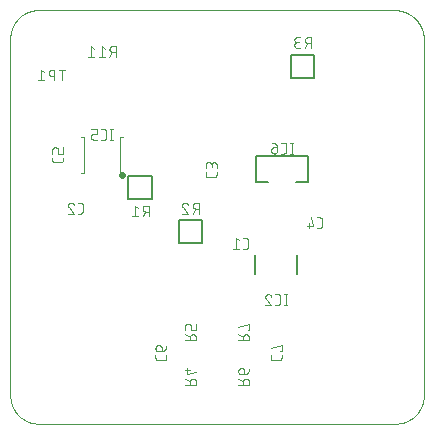
<source format=gbo>
G04 EAGLE Gerber RS-274X export*
G75*
%MOMM*%
%FSLAX35Y35*%
%LPD*%
%INsilk_bottom*%
%IPPOS*%
%AMOC8*
5,1,8,0,0,1.08239X$1,22.5*%
G01*
%ADD10C,0.000000*%
%ADD11C,0.076200*%
%ADD12C,0.101600*%
%ADD13C,0.300000*%
%ADD14C,0.127000*%


D10*
X250000Y0D02*
X3250000Y0D01*
X3500000Y225000D02*
X3500000Y3275000D01*
X3225000Y3500000D02*
X250000Y3500000D01*
X0Y3275000D02*
X0Y225000D01*
X0Y3275000D02*
X371Y3280735D01*
X881Y3286460D01*
X1529Y3292170D01*
X2315Y3297864D01*
X3238Y3303536D01*
X4298Y3309185D01*
X5494Y3314806D01*
X6826Y3320397D01*
X8292Y3325954D01*
X9892Y3331474D01*
X11626Y3336954D01*
X13491Y3342390D01*
X15487Y3347780D01*
X17612Y3353120D01*
X19866Y3358406D01*
X22247Y3363637D01*
X24754Y3368809D01*
X27385Y3373919D01*
X30138Y3378963D01*
X33013Y3383940D01*
X36007Y3388846D01*
X39119Y3393678D01*
X42347Y3398433D01*
X45688Y3403109D01*
X49142Y3407703D01*
X52706Y3412212D01*
X56377Y3416633D01*
X60154Y3420965D01*
X64035Y3425204D01*
X68018Y3429348D01*
X72099Y3433395D01*
X76276Y3437342D01*
X80548Y3441186D01*
X84912Y3444927D01*
X89365Y3448561D01*
X93904Y3452086D01*
X98527Y3455500D01*
X103231Y3458802D01*
X108014Y3461989D01*
X112872Y3465060D01*
X117803Y3468012D01*
X122804Y3470844D01*
X127872Y3473555D01*
X133003Y3476142D01*
X138196Y3478605D01*
X143447Y3480942D01*
X148753Y3483150D01*
X154111Y3485230D01*
X159517Y3487180D01*
X164969Y3488999D01*
X170463Y3490686D01*
X175997Y3492239D01*
X181566Y3493658D01*
X187168Y3494942D01*
X192799Y3496090D01*
X198457Y3497102D01*
X204137Y3497977D01*
X209837Y3498715D01*
X215553Y3499314D01*
X221281Y3499775D01*
X227020Y3500098D01*
X232764Y3500282D01*
X238511Y3500327D01*
X244257Y3500233D01*
X250000Y3500000D01*
X3225000Y3500000D02*
X3231143Y3500538D01*
X3237297Y3500926D01*
X3243459Y3501162D01*
X3249625Y3501247D01*
X3255791Y3501180D01*
X3261953Y3500962D01*
X3268109Y3500594D01*
X3274253Y3500074D01*
X3280383Y3499403D01*
X3286494Y3498582D01*
X3292584Y3497612D01*
X3298648Y3496492D01*
X3304682Y3495224D01*
X3310684Y3493808D01*
X3316649Y3492246D01*
X3322574Y3490537D01*
X3328455Y3488684D01*
X3334289Y3486686D01*
X3340072Y3484546D01*
X3345801Y3482265D01*
X3351472Y3479844D01*
X3357083Y3477285D01*
X3362628Y3474588D01*
X3368106Y3471757D01*
X3373512Y3468792D01*
X3378845Y3465694D01*
X3384099Y3462467D01*
X3389273Y3459113D01*
X3394363Y3455632D01*
X3399366Y3452027D01*
X3404279Y3448300D01*
X3409099Y3444454D01*
X3413823Y3440491D01*
X3418449Y3436414D01*
X3422973Y3432224D01*
X3427393Y3427924D01*
X3431706Y3423517D01*
X3435909Y3419005D01*
X3440001Y3414392D01*
X3443978Y3409679D01*
X3447839Y3404871D01*
X3451580Y3399969D01*
X3455199Y3394977D01*
X3458695Y3389897D01*
X3462066Y3384733D01*
X3465309Y3379489D01*
X3468422Y3374166D01*
X3471403Y3368768D01*
X3474251Y3363299D01*
X3476964Y3357761D01*
X3479540Y3352159D01*
X3481978Y3346495D01*
X3484276Y3340773D01*
X3486433Y3334996D01*
X3488448Y3329168D01*
X3490319Y3323292D01*
X3492045Y3317372D01*
X3493626Y3311412D01*
X3495060Y3305415D01*
X3496346Y3299384D01*
X3497484Y3293323D01*
X3498472Y3287237D01*
X3499311Y3281128D01*
X3500000Y3275000D01*
X3500000Y225000D02*
X3499629Y219265D01*
X3499119Y213540D01*
X3498471Y207830D01*
X3497685Y202136D01*
X3496762Y196464D01*
X3495702Y190815D01*
X3494506Y185194D01*
X3493174Y179603D01*
X3491708Y174046D01*
X3490108Y168526D01*
X3488374Y163046D01*
X3486509Y157610D01*
X3484513Y152220D01*
X3482388Y146880D01*
X3480134Y141594D01*
X3477753Y136363D01*
X3475246Y131191D01*
X3472615Y126081D01*
X3469862Y121037D01*
X3466987Y116060D01*
X3463993Y111154D01*
X3460881Y106322D01*
X3457653Y101567D01*
X3454312Y96891D01*
X3450858Y92297D01*
X3447294Y87788D01*
X3443623Y83367D01*
X3439846Y79035D01*
X3435965Y74796D01*
X3431982Y70652D01*
X3427901Y66605D01*
X3423724Y62658D01*
X3419452Y58814D01*
X3415088Y55073D01*
X3410635Y51439D01*
X3406096Y47914D01*
X3401473Y44500D01*
X3396769Y41198D01*
X3391986Y38011D01*
X3387128Y34940D01*
X3382197Y31988D01*
X3377196Y29156D01*
X3372128Y26445D01*
X3366997Y23858D01*
X3361804Y21395D01*
X3356553Y19058D01*
X3351247Y16850D01*
X3345889Y14770D01*
X3340483Y12820D01*
X3335031Y11001D01*
X3329537Y9314D01*
X3324003Y7761D01*
X3318434Y6342D01*
X3312832Y5058D01*
X3307201Y3910D01*
X3301543Y2898D01*
X3295863Y2023D01*
X3290163Y1285D01*
X3284447Y686D01*
X3278719Y225D01*
X3272980Y-98D01*
X3267236Y-282D01*
X3261489Y-327D01*
X3255743Y-233D01*
X3250000Y0D01*
X250000Y0D02*
X244257Y-233D01*
X238511Y-327D01*
X232764Y-282D01*
X227020Y-98D01*
X221281Y225D01*
X215553Y686D01*
X209837Y1285D01*
X204137Y2023D01*
X198457Y2898D01*
X192799Y3910D01*
X187168Y5058D01*
X181566Y6342D01*
X175997Y7761D01*
X170463Y9314D01*
X164969Y11001D01*
X159517Y12820D01*
X154111Y14770D01*
X148753Y16850D01*
X143447Y19058D01*
X138196Y21395D01*
X133003Y23858D01*
X127872Y26445D01*
X122804Y29156D01*
X117803Y31988D01*
X112872Y34940D01*
X108014Y38011D01*
X103231Y41198D01*
X98527Y44500D01*
X93904Y47914D01*
X89365Y51439D01*
X84912Y55073D01*
X80548Y58814D01*
X76276Y62658D01*
X72099Y66605D01*
X68018Y70652D01*
X64035Y74796D01*
X60154Y79035D01*
X56377Y83367D01*
X52706Y87788D01*
X49142Y92297D01*
X45688Y96891D01*
X42347Y101567D01*
X39119Y106322D01*
X36007Y111154D01*
X33013Y116060D01*
X30138Y121037D01*
X27385Y126081D01*
X24754Y131191D01*
X22247Y136363D01*
X19866Y141594D01*
X17612Y146880D01*
X15487Y152220D01*
X13491Y157610D01*
X11626Y163046D01*
X9892Y168526D01*
X8292Y174046D01*
X6826Y179603D01*
X5494Y185194D01*
X4298Y190815D01*
X3238Y196464D01*
X2315Y202136D01*
X1529Y207830D01*
X881Y213540D01*
X371Y219265D01*
X0Y225000D01*
X3225000Y3500000D02*
X3231143Y3500538D01*
X3237297Y3500926D01*
X3243459Y3501162D01*
X3249625Y3501247D01*
X3255791Y3501180D01*
X3261953Y3500962D01*
X3268109Y3500594D01*
X3274253Y3500074D01*
X3280383Y3499403D01*
X3286494Y3498582D01*
X3292584Y3497612D01*
X3298648Y3496492D01*
X3304682Y3495224D01*
X3310684Y3493808D01*
X3316649Y3492246D01*
X3322574Y3490537D01*
X3328455Y3488684D01*
X3334289Y3486686D01*
X3340072Y3484546D01*
X3345801Y3482265D01*
X3351472Y3479844D01*
X3357083Y3477285D01*
X3362628Y3474588D01*
X3368106Y3471757D01*
X3373512Y3468792D01*
X3378845Y3465694D01*
X3384099Y3462467D01*
X3389273Y3459113D01*
X3394363Y3455632D01*
X3399366Y3452027D01*
X3404279Y3448300D01*
X3409099Y3444454D01*
X3413823Y3440491D01*
X3418449Y3436414D01*
X3422973Y3432224D01*
X3427393Y3427924D01*
X3431706Y3423517D01*
X3435909Y3419005D01*
X3440001Y3414392D01*
X3443978Y3409679D01*
X3447839Y3404871D01*
X3451580Y3399969D01*
X3455199Y3394977D01*
X3458695Y3389897D01*
X3462066Y3384733D01*
X3465309Y3379489D01*
X3468422Y3374166D01*
X3471403Y3368768D01*
X3474251Y3363299D01*
X3476964Y3357761D01*
X3479540Y3352159D01*
X3481978Y3346495D01*
X3484276Y3340773D01*
X3486433Y3334996D01*
X3488448Y3329168D01*
X3490319Y3323292D01*
X3492045Y3317372D01*
X3493626Y3311412D01*
X3495060Y3305415D01*
X3496346Y3299384D01*
X3497484Y3293323D01*
X3498472Y3287237D01*
X3499311Y3281128D01*
X3500000Y3275000D01*
X3500000Y225000D02*
X3499629Y219265D01*
X3499119Y213540D01*
X3498471Y207830D01*
X3497685Y202136D01*
X3496762Y196464D01*
X3495702Y190815D01*
X3494506Y185194D01*
X3493174Y179603D01*
X3491708Y174046D01*
X3490108Y168526D01*
X3488374Y163046D01*
X3486509Y157610D01*
X3484513Y152220D01*
X3482388Y146880D01*
X3480134Y141594D01*
X3477753Y136363D01*
X3475246Y131191D01*
X3472615Y126081D01*
X3469862Y121037D01*
X3466987Y116060D01*
X3463993Y111154D01*
X3460881Y106322D01*
X3457653Y101567D01*
X3454312Y96891D01*
X3450858Y92297D01*
X3447294Y87788D01*
X3443623Y83367D01*
X3439846Y79035D01*
X3435965Y74796D01*
X3431982Y70652D01*
X3427901Y66605D01*
X3423724Y62658D01*
X3419452Y58814D01*
X3415088Y55073D01*
X3410635Y51439D01*
X3406096Y47914D01*
X3401473Y44500D01*
X3396769Y41198D01*
X3391986Y38011D01*
X3387128Y34940D01*
X3382197Y31988D01*
X3377196Y29156D01*
X3372128Y26445D01*
X3366997Y23858D01*
X3361804Y21395D01*
X3356553Y19058D01*
X3351247Y16850D01*
X3345889Y14770D01*
X3340483Y12820D01*
X3335031Y11001D01*
X3329537Y9314D01*
X3324003Y7761D01*
X3318434Y6342D01*
X3312832Y5058D01*
X3307201Y3910D01*
X3301543Y2898D01*
X3295863Y2023D01*
X3290163Y1285D01*
X3284447Y686D01*
X3278719Y225D01*
X3272980Y-98D01*
X3267236Y-282D01*
X3261489Y-327D01*
X3255743Y-233D01*
X3250000Y0D01*
X250000Y0D02*
X244257Y-233D01*
X238511Y-327D01*
X232764Y-282D01*
X227020Y-98D01*
X221281Y225D01*
X215553Y686D01*
X209837Y1285D01*
X204137Y2023D01*
X198457Y2898D01*
X192799Y3910D01*
X187168Y5058D01*
X181566Y6342D01*
X175997Y7761D01*
X170463Y9314D01*
X164969Y11001D01*
X159517Y12820D01*
X154111Y14770D01*
X148753Y16850D01*
X143447Y19058D01*
X138196Y21395D01*
X133003Y23858D01*
X127872Y26445D01*
X122804Y29156D01*
X117803Y31988D01*
X112872Y34940D01*
X108014Y38011D01*
X103231Y41198D01*
X98527Y44500D01*
X93904Y47914D01*
X89365Y51439D01*
X84912Y55073D01*
X80548Y58814D01*
X76276Y62658D01*
X72099Y66605D01*
X68018Y70652D01*
X64035Y74796D01*
X60154Y79035D01*
X56377Y83367D01*
X52706Y87788D01*
X49142Y92297D01*
X45688Y96891D01*
X42347Y101567D01*
X39119Y106322D01*
X36007Y111154D01*
X33013Y116060D01*
X30138Y121037D01*
X27385Y126081D01*
X24754Y131191D01*
X22247Y136363D01*
X19866Y141594D01*
X17612Y146880D01*
X15487Y152220D01*
X13491Y157610D01*
X11626Y163046D01*
X9892Y168526D01*
X8292Y174046D01*
X6826Y179603D01*
X5494Y185194D01*
X4298Y190815D01*
X3238Y196464D01*
X2315Y202136D01*
X1529Y207830D01*
X881Y213540D01*
X371Y219265D01*
X0Y225000D01*
D11*
X353810Y2232240D02*
X353810Y2252769D01*
X353810Y2232240D02*
X353816Y2231744D01*
X353834Y2231248D01*
X353864Y2230753D01*
X353906Y2230259D01*
X353960Y2229766D01*
X354025Y2229274D01*
X354103Y2228784D01*
X354192Y2228296D01*
X354294Y2227810D01*
X354407Y2227327D01*
X354531Y2226847D01*
X354667Y2226370D01*
X354815Y2225896D01*
X354974Y2225426D01*
X355144Y2224960D01*
X355326Y2224499D01*
X355518Y2224041D01*
X355722Y2223589D01*
X355936Y2223142D01*
X356161Y2222700D01*
X356397Y2222263D01*
X356644Y2221833D01*
X356900Y2221408D01*
X357167Y2220990D01*
X357444Y2220578D01*
X357731Y2220173D01*
X358027Y2219776D01*
X358333Y2219385D01*
X358648Y2219002D01*
X358973Y2218627D01*
X359306Y2218259D01*
X359648Y2217900D01*
X359999Y2217549D01*
X360358Y2217207D01*
X360726Y2216874D01*
X361101Y2216549D01*
X361484Y2216234D01*
X361875Y2215928D01*
X362272Y2215632D01*
X362677Y2215345D01*
X363089Y2215068D01*
X363507Y2214801D01*
X363932Y2214545D01*
X364362Y2214298D01*
X364799Y2214062D01*
X365241Y2213837D01*
X365688Y2213623D01*
X366140Y2213419D01*
X366598Y2213227D01*
X367059Y2213045D01*
X367525Y2212875D01*
X367995Y2212716D01*
X368469Y2212568D01*
X368946Y2212432D01*
X369426Y2212308D01*
X369909Y2212195D01*
X370395Y2212093D01*
X370883Y2212004D01*
X371373Y2211926D01*
X371865Y2211861D01*
X372358Y2211807D01*
X372852Y2211765D01*
X373347Y2211735D01*
X373843Y2211717D01*
X374339Y2211711D01*
X374339Y2211712D02*
X425661Y2211712D01*
X426165Y2211718D01*
X426668Y2211737D01*
X427171Y2211768D01*
X427673Y2211811D01*
X428174Y2211866D01*
X428673Y2211934D01*
X429171Y2212014D01*
X429666Y2212106D01*
X430159Y2212211D01*
X430649Y2212327D01*
X431136Y2212456D01*
X431620Y2212596D01*
X432101Y2212748D01*
X432577Y2212912D01*
X433049Y2213088D01*
X433517Y2213275D01*
X433980Y2213473D01*
X434438Y2213683D01*
X434891Y2213904D01*
X435338Y2214136D01*
X435780Y2214379D01*
X436215Y2214633D01*
X436644Y2214897D01*
X437066Y2215172D01*
X437482Y2215457D01*
X437890Y2215752D01*
X438291Y2216057D01*
X438684Y2216372D01*
X439070Y2216696D01*
X439447Y2217030D01*
X439816Y2217373D01*
X440177Y2217725D01*
X440529Y2218085D01*
X440872Y2218454D01*
X441206Y2218832D01*
X441530Y2219217D01*
X441845Y2219611D01*
X442150Y2220012D01*
X442445Y2220420D01*
X442730Y2220836D01*
X443005Y2221258D01*
X443269Y2221687D01*
X443523Y2222122D01*
X443766Y2222564D01*
X443998Y2223011D01*
X444219Y2223464D01*
X444429Y2223922D01*
X444627Y2224385D01*
X444814Y2224852D01*
X444990Y2225325D01*
X445154Y2225801D01*
X445306Y2226282D01*
X445446Y2226765D01*
X445575Y2227253D01*
X445691Y2227743D01*
X445795Y2228236D01*
X445888Y2228731D01*
X445968Y2229228D01*
X446036Y2229728D01*
X446091Y2230229D01*
X446134Y2230730D01*
X446165Y2231233D01*
X446184Y2231737D01*
X446190Y2232241D01*
X446190Y2232240D02*
X446190Y2252769D01*
X353810Y2286966D02*
X353810Y2317759D01*
X353816Y2318263D01*
X353835Y2318766D01*
X353866Y2319269D01*
X353909Y2319771D01*
X353964Y2320272D01*
X354032Y2320771D01*
X354112Y2321269D01*
X354204Y2321764D01*
X354309Y2322257D01*
X354425Y2322747D01*
X354554Y2323234D01*
X354694Y2323718D01*
X354846Y2324199D01*
X355010Y2324675D01*
X355186Y2325147D01*
X355373Y2325615D01*
X355571Y2326078D01*
X355781Y2326536D01*
X356002Y2326989D01*
X356234Y2327436D01*
X356477Y2327878D01*
X356731Y2328313D01*
X356995Y2328742D01*
X357270Y2329164D01*
X357555Y2329580D01*
X357850Y2329988D01*
X358155Y2330389D01*
X358470Y2330782D01*
X358794Y2331168D01*
X359128Y2331545D01*
X359471Y2331914D01*
X359823Y2332275D01*
X360183Y2332627D01*
X360552Y2332970D01*
X360930Y2333304D01*
X361315Y2333628D01*
X361709Y2333943D01*
X362110Y2334248D01*
X362518Y2334543D01*
X362934Y2334828D01*
X363356Y2335103D01*
X363785Y2335367D01*
X364220Y2335621D01*
X364662Y2335864D01*
X365109Y2336096D01*
X365562Y2336317D01*
X366020Y2336527D01*
X366483Y2336725D01*
X366950Y2336912D01*
X367423Y2337088D01*
X367899Y2337252D01*
X368380Y2337404D01*
X368863Y2337544D01*
X369351Y2337673D01*
X369841Y2337789D01*
X370334Y2337893D01*
X370829Y2337986D01*
X371326Y2338066D01*
X371826Y2338134D01*
X372327Y2338189D01*
X372828Y2338232D01*
X373331Y2338263D01*
X373835Y2338282D01*
X374339Y2338288D01*
X384603Y2338288D01*
X385099Y2338282D01*
X385595Y2338264D01*
X386090Y2338234D01*
X386584Y2338192D01*
X387077Y2338138D01*
X387569Y2338073D01*
X388059Y2337995D01*
X388547Y2337906D01*
X389033Y2337804D01*
X389516Y2337691D01*
X389996Y2337567D01*
X390473Y2337431D01*
X390947Y2337283D01*
X391417Y2337124D01*
X391883Y2336954D01*
X392344Y2336772D01*
X392802Y2336580D01*
X393254Y2336376D01*
X393701Y2336162D01*
X394143Y2335937D01*
X394580Y2335701D01*
X395010Y2335454D01*
X395435Y2335198D01*
X395853Y2334931D01*
X396265Y2334654D01*
X396670Y2334367D01*
X397067Y2334071D01*
X397458Y2333765D01*
X397841Y2333450D01*
X398216Y2333125D01*
X398584Y2332792D01*
X398943Y2332450D01*
X399294Y2332099D01*
X399636Y2331740D01*
X399969Y2331372D01*
X400294Y2330997D01*
X400609Y2330614D01*
X400915Y2330223D01*
X401211Y2329826D01*
X401498Y2329421D01*
X401775Y2329009D01*
X402042Y2328591D01*
X402298Y2328166D01*
X402545Y2327736D01*
X402781Y2327299D01*
X403006Y2326857D01*
X403220Y2326410D01*
X403424Y2325958D01*
X403616Y2325500D01*
X403798Y2325039D01*
X403968Y2324573D01*
X404127Y2324103D01*
X404275Y2323629D01*
X404411Y2323152D01*
X404535Y2322672D01*
X404648Y2322189D01*
X404750Y2321703D01*
X404839Y2321215D01*
X404917Y2320725D01*
X404982Y2320233D01*
X405036Y2319740D01*
X405078Y2319246D01*
X405108Y2318751D01*
X405126Y2318255D01*
X405132Y2317759D01*
X405132Y2286966D01*
X446190Y2286966D01*
X446190Y2338288D01*
X1972231Y1478810D02*
X1992760Y1478810D01*
X1993256Y1478816D01*
X1993752Y1478834D01*
X1994247Y1478864D01*
X1994741Y1478906D01*
X1995234Y1478960D01*
X1995726Y1479025D01*
X1996216Y1479103D01*
X1996704Y1479192D01*
X1997190Y1479294D01*
X1997673Y1479407D01*
X1998153Y1479531D01*
X1998630Y1479667D01*
X1999104Y1479815D01*
X1999574Y1479974D01*
X2000040Y1480144D01*
X2000501Y1480326D01*
X2000959Y1480518D01*
X2001411Y1480722D01*
X2001858Y1480936D01*
X2002300Y1481161D01*
X2002737Y1481397D01*
X2003167Y1481644D01*
X2003592Y1481900D01*
X2004010Y1482167D01*
X2004422Y1482444D01*
X2004827Y1482731D01*
X2005224Y1483027D01*
X2005615Y1483333D01*
X2005998Y1483648D01*
X2006373Y1483973D01*
X2006741Y1484306D01*
X2007100Y1484648D01*
X2007451Y1484999D01*
X2007793Y1485358D01*
X2008126Y1485726D01*
X2008451Y1486101D01*
X2008766Y1486484D01*
X2009072Y1486875D01*
X2009368Y1487272D01*
X2009655Y1487677D01*
X2009932Y1488089D01*
X2010199Y1488507D01*
X2010455Y1488932D01*
X2010702Y1489362D01*
X2010938Y1489799D01*
X2011163Y1490241D01*
X2011377Y1490688D01*
X2011581Y1491140D01*
X2011773Y1491598D01*
X2011955Y1492059D01*
X2012125Y1492525D01*
X2012284Y1492995D01*
X2012432Y1493469D01*
X2012568Y1493946D01*
X2012692Y1494426D01*
X2012805Y1494909D01*
X2012907Y1495395D01*
X2012996Y1495883D01*
X2013074Y1496373D01*
X2013139Y1496865D01*
X2013193Y1497358D01*
X2013235Y1497852D01*
X2013265Y1498347D01*
X2013283Y1498843D01*
X2013289Y1499339D01*
X2013288Y1499339D02*
X2013288Y1550661D01*
X2013289Y1550661D02*
X2013283Y1551157D01*
X2013265Y1551653D01*
X2013235Y1552148D01*
X2013193Y1552642D01*
X2013139Y1553135D01*
X2013074Y1553627D01*
X2012996Y1554117D01*
X2012907Y1554605D01*
X2012805Y1555091D01*
X2012692Y1555574D01*
X2012568Y1556054D01*
X2012432Y1556531D01*
X2012284Y1557005D01*
X2012125Y1557475D01*
X2011955Y1557941D01*
X2011773Y1558402D01*
X2011581Y1558860D01*
X2011377Y1559312D01*
X2011163Y1559759D01*
X2010938Y1560201D01*
X2010702Y1560638D01*
X2010455Y1561068D01*
X2010199Y1561493D01*
X2009932Y1561911D01*
X2009655Y1562323D01*
X2009368Y1562728D01*
X2009072Y1563125D01*
X2008766Y1563516D01*
X2008451Y1563899D01*
X2008126Y1564274D01*
X2007793Y1564642D01*
X2007451Y1565001D01*
X2007100Y1565352D01*
X2006741Y1565694D01*
X2006373Y1566027D01*
X2005998Y1566352D01*
X2005615Y1566667D01*
X2005224Y1566973D01*
X2004827Y1567269D01*
X2004422Y1567556D01*
X2004010Y1567833D01*
X2003592Y1568100D01*
X2003167Y1568356D01*
X2002737Y1568603D01*
X2002300Y1568839D01*
X2001858Y1569064D01*
X2001411Y1569278D01*
X2000959Y1569482D01*
X2000501Y1569674D01*
X2000040Y1569856D01*
X1999574Y1570026D01*
X1999104Y1570185D01*
X1998630Y1570333D01*
X1998153Y1570469D01*
X1997673Y1570593D01*
X1997190Y1570706D01*
X1996704Y1570808D01*
X1996216Y1570897D01*
X1995726Y1570975D01*
X1995234Y1571040D01*
X1994741Y1571094D01*
X1994247Y1571136D01*
X1993752Y1571166D01*
X1993256Y1571184D01*
X1992760Y1571190D01*
X1972231Y1571190D01*
X1938034Y1550661D02*
X1912373Y1571190D01*
X1912373Y1478810D01*
X1938034Y1478810D02*
X1886712Y1478810D01*
X592760Y1778810D02*
X572231Y1778810D01*
X592760Y1778810D02*
X593256Y1778816D01*
X593752Y1778834D01*
X594247Y1778864D01*
X594741Y1778906D01*
X595234Y1778960D01*
X595726Y1779025D01*
X596216Y1779103D01*
X596704Y1779192D01*
X597190Y1779294D01*
X597673Y1779407D01*
X598153Y1779531D01*
X598630Y1779667D01*
X599104Y1779815D01*
X599574Y1779974D01*
X600040Y1780144D01*
X600501Y1780326D01*
X600959Y1780518D01*
X601411Y1780722D01*
X601858Y1780936D01*
X602300Y1781161D01*
X602737Y1781397D01*
X603167Y1781644D01*
X603592Y1781900D01*
X604010Y1782167D01*
X604422Y1782444D01*
X604827Y1782731D01*
X605224Y1783027D01*
X605615Y1783333D01*
X605998Y1783648D01*
X606373Y1783973D01*
X606741Y1784306D01*
X607100Y1784648D01*
X607451Y1784999D01*
X607793Y1785358D01*
X608126Y1785726D01*
X608451Y1786101D01*
X608766Y1786484D01*
X609072Y1786875D01*
X609368Y1787272D01*
X609655Y1787677D01*
X609932Y1788089D01*
X610199Y1788507D01*
X610455Y1788932D01*
X610702Y1789362D01*
X610938Y1789799D01*
X611163Y1790241D01*
X611377Y1790688D01*
X611581Y1791140D01*
X611773Y1791598D01*
X611955Y1792059D01*
X612125Y1792525D01*
X612284Y1792995D01*
X612432Y1793469D01*
X612568Y1793946D01*
X612692Y1794426D01*
X612805Y1794909D01*
X612907Y1795395D01*
X612996Y1795883D01*
X613074Y1796373D01*
X613139Y1796865D01*
X613193Y1797358D01*
X613235Y1797852D01*
X613265Y1798347D01*
X613283Y1798843D01*
X613289Y1799339D01*
X613288Y1799339D02*
X613288Y1850661D01*
X613289Y1850661D02*
X613283Y1851157D01*
X613265Y1851653D01*
X613235Y1852148D01*
X613193Y1852642D01*
X613139Y1853135D01*
X613074Y1853627D01*
X612996Y1854117D01*
X612907Y1854605D01*
X612805Y1855091D01*
X612692Y1855574D01*
X612568Y1856054D01*
X612432Y1856531D01*
X612284Y1857005D01*
X612125Y1857475D01*
X611955Y1857941D01*
X611773Y1858402D01*
X611581Y1858860D01*
X611377Y1859312D01*
X611163Y1859759D01*
X610938Y1860201D01*
X610702Y1860638D01*
X610455Y1861068D01*
X610199Y1861493D01*
X609932Y1861911D01*
X609655Y1862323D01*
X609368Y1862728D01*
X609072Y1863125D01*
X608766Y1863516D01*
X608451Y1863899D01*
X608126Y1864274D01*
X607793Y1864642D01*
X607451Y1865001D01*
X607100Y1865352D01*
X606741Y1865694D01*
X606373Y1866027D01*
X605998Y1866352D01*
X605615Y1866667D01*
X605224Y1866973D01*
X604827Y1867269D01*
X604422Y1867556D01*
X604010Y1867833D01*
X603592Y1868100D01*
X603167Y1868356D01*
X602737Y1868603D01*
X602300Y1868839D01*
X601858Y1869064D01*
X601411Y1869278D01*
X600959Y1869482D01*
X600501Y1869674D01*
X600040Y1869856D01*
X599574Y1870026D01*
X599104Y1870185D01*
X598630Y1870333D01*
X598153Y1870469D01*
X597673Y1870593D01*
X597190Y1870706D01*
X596704Y1870808D01*
X596216Y1870897D01*
X595726Y1870975D01*
X595234Y1871040D01*
X594741Y1871094D01*
X594247Y1871136D01*
X593752Y1871166D01*
X593256Y1871184D01*
X592760Y1871190D01*
X572231Y1871190D01*
X509807Y1871190D02*
X509240Y1871183D01*
X508673Y1871162D01*
X508108Y1871127D01*
X507543Y1871079D01*
X506980Y1871016D01*
X506418Y1870940D01*
X505858Y1870850D01*
X505301Y1870746D01*
X504747Y1870629D01*
X504195Y1870498D01*
X503647Y1870353D01*
X503103Y1870195D01*
X502562Y1870024D01*
X502026Y1869840D01*
X501495Y1869642D01*
X500969Y1869432D01*
X500448Y1869209D01*
X499932Y1868973D01*
X499423Y1868724D01*
X498920Y1868463D01*
X498423Y1868190D01*
X497934Y1867904D01*
X497451Y1867607D01*
X496976Y1867298D01*
X496509Y1866977D01*
X496049Y1866645D01*
X495598Y1866302D01*
X495156Y1865948D01*
X494722Y1865583D01*
X494297Y1865207D01*
X493882Y1864821D01*
X493476Y1864426D01*
X493080Y1864020D01*
X492695Y1863605D01*
X492319Y1863180D01*
X491954Y1862746D01*
X491600Y1862304D01*
X491257Y1861853D01*
X490925Y1861393D01*
X490604Y1860926D01*
X490295Y1860451D01*
X489998Y1859968D01*
X489712Y1859478D01*
X489439Y1858982D01*
X489178Y1858479D01*
X488929Y1857969D01*
X488693Y1857454D01*
X488470Y1856933D01*
X488260Y1856407D01*
X488062Y1855875D01*
X487878Y1855339D01*
X487706Y1854799D01*
X487549Y1854255D01*
X487404Y1853707D01*
X487273Y1853155D01*
X487156Y1852601D01*
X487052Y1852043D01*
X486962Y1851484D01*
X486886Y1850922D01*
X486823Y1850359D01*
X486775Y1849794D01*
X486740Y1849228D01*
X486719Y1848662D01*
X486712Y1848095D01*
X509807Y1871190D02*
X510524Y1871181D01*
X511241Y1871155D01*
X511958Y1871112D01*
X512673Y1871051D01*
X513386Y1870973D01*
X514097Y1870878D01*
X514806Y1870766D01*
X515512Y1870636D01*
X516214Y1870490D01*
X516913Y1870327D01*
X517607Y1870146D01*
X518297Y1869949D01*
X518982Y1869736D01*
X519662Y1869506D01*
X520336Y1869259D01*
X521003Y1868996D01*
X521665Y1868718D01*
X522319Y1868423D01*
X522966Y1868112D01*
X523605Y1867786D01*
X524236Y1867445D01*
X524859Y1867089D01*
X525473Y1866717D01*
X526078Y1866331D01*
X526673Y1865930D01*
X527258Y1865515D01*
X527833Y1865086D01*
X528398Y1864643D01*
X528952Y1864187D01*
X529494Y1863717D01*
X530025Y1863235D01*
X530545Y1862739D01*
X531052Y1862232D01*
X531546Y1861712D01*
X532028Y1861180D01*
X532497Y1860637D01*
X532953Y1860083D01*
X533395Y1859518D01*
X533823Y1858942D01*
X534238Y1858356D01*
X534638Y1857760D01*
X535023Y1857155D01*
X535394Y1856541D01*
X535750Y1855918D01*
X536090Y1855286D01*
X536415Y1854646D01*
X536725Y1853999D01*
X537019Y1853345D01*
X537297Y1852683D01*
X537559Y1852015D01*
X537804Y1851341D01*
X538034Y1850661D01*
X494410Y1830132D02*
X493974Y1830557D01*
X493549Y1830993D01*
X493135Y1831439D01*
X492732Y1831895D01*
X492340Y1832361D01*
X491959Y1832836D01*
X491591Y1833321D01*
X491234Y1833814D01*
X490890Y1834316D01*
X490558Y1834826D01*
X490239Y1835345D01*
X489932Y1835870D01*
X489639Y1836404D01*
X489359Y1836944D01*
X489092Y1837491D01*
X488838Y1838045D01*
X488599Y1838604D01*
X488373Y1839169D01*
X488161Y1839740D01*
X487963Y1840315D01*
X487779Y1840896D01*
X487609Y1841480D01*
X487454Y1842069D01*
X487314Y1842661D01*
X487187Y1843257D01*
X487076Y1843855D01*
X486979Y1844456D01*
X486897Y1845059D01*
X486830Y1845664D01*
X486778Y1846271D01*
X486741Y1846878D01*
X486718Y1847486D01*
X486711Y1848095D01*
X494410Y1830132D02*
X538034Y1778810D01*
X486712Y1778810D01*
D12*
X625000Y2125000D02*
X625000Y2425000D01*
X925000Y2425000D02*
X925000Y2125000D01*
D13*
X940000Y2100000D02*
X940003Y2100245D01*
X940012Y2100491D01*
X940027Y2100736D01*
X940048Y2100980D01*
X940075Y2101224D01*
X940108Y2101467D01*
X940147Y2101710D01*
X940192Y2101951D01*
X940243Y2102191D01*
X940300Y2102430D01*
X940362Y2102667D01*
X940431Y2102903D01*
X940505Y2103137D01*
X940585Y2103369D01*
X940670Y2103599D01*
X940761Y2103827D01*
X940858Y2104052D01*
X940960Y2104276D01*
X941068Y2104496D01*
X941181Y2104714D01*
X941299Y2104929D01*
X941423Y2105141D01*
X941551Y2105350D01*
X941685Y2105556D01*
X941824Y2105758D01*
X941968Y2105957D01*
X942117Y2106152D01*
X942270Y2106344D01*
X942428Y2106532D01*
X942590Y2106716D01*
X942758Y2106895D01*
X942929Y2107071D01*
X943105Y2107242D01*
X943284Y2107410D01*
X943468Y2107572D01*
X943656Y2107730D01*
X943848Y2107883D01*
X944043Y2108032D01*
X944242Y2108176D01*
X944444Y2108315D01*
X944650Y2108449D01*
X944859Y2108577D01*
X945071Y2108701D01*
X945286Y2108819D01*
X945504Y2108932D01*
X945724Y2109040D01*
X945948Y2109142D01*
X946173Y2109239D01*
X946401Y2109330D01*
X946631Y2109415D01*
X946863Y2109495D01*
X947097Y2109569D01*
X947333Y2109638D01*
X947570Y2109700D01*
X947809Y2109757D01*
X948049Y2109808D01*
X948290Y2109853D01*
X948533Y2109892D01*
X948776Y2109925D01*
X949020Y2109952D01*
X949264Y2109973D01*
X949509Y2109988D01*
X949755Y2109997D01*
X950000Y2110000D01*
X950245Y2109997D01*
X950491Y2109988D01*
X950736Y2109973D01*
X950980Y2109952D01*
X951224Y2109925D01*
X951467Y2109892D01*
X951710Y2109853D01*
X951951Y2109808D01*
X952191Y2109757D01*
X952430Y2109700D01*
X952667Y2109638D01*
X952903Y2109569D01*
X953137Y2109495D01*
X953369Y2109415D01*
X953599Y2109330D01*
X953827Y2109239D01*
X954052Y2109142D01*
X954276Y2109040D01*
X954496Y2108932D01*
X954714Y2108819D01*
X954929Y2108701D01*
X955141Y2108577D01*
X955350Y2108449D01*
X955556Y2108315D01*
X955758Y2108176D01*
X955957Y2108032D01*
X956152Y2107883D01*
X956344Y2107730D01*
X956532Y2107572D01*
X956716Y2107410D01*
X956895Y2107242D01*
X957071Y2107071D01*
X957242Y2106895D01*
X957410Y2106716D01*
X957572Y2106532D01*
X957730Y2106344D01*
X957883Y2106152D01*
X958032Y2105957D01*
X958176Y2105758D01*
X958315Y2105556D01*
X958449Y2105350D01*
X958577Y2105141D01*
X958701Y2104929D01*
X958819Y2104714D01*
X958932Y2104496D01*
X959040Y2104276D01*
X959142Y2104052D01*
X959239Y2103827D01*
X959330Y2103599D01*
X959415Y2103369D01*
X959495Y2103137D01*
X959569Y2102903D01*
X959638Y2102667D01*
X959700Y2102430D01*
X959757Y2102191D01*
X959808Y2101951D01*
X959853Y2101710D01*
X959892Y2101467D01*
X959925Y2101224D01*
X959952Y2100980D01*
X959973Y2100736D01*
X959988Y2100491D01*
X959997Y2100245D01*
X960000Y2100000D01*
X959997Y2099755D01*
X959988Y2099509D01*
X959973Y2099264D01*
X959952Y2099020D01*
X959925Y2098776D01*
X959892Y2098533D01*
X959853Y2098290D01*
X959808Y2098049D01*
X959757Y2097809D01*
X959700Y2097570D01*
X959638Y2097333D01*
X959569Y2097097D01*
X959495Y2096863D01*
X959415Y2096631D01*
X959330Y2096401D01*
X959239Y2096173D01*
X959142Y2095948D01*
X959040Y2095724D01*
X958932Y2095504D01*
X958819Y2095286D01*
X958701Y2095071D01*
X958577Y2094859D01*
X958449Y2094650D01*
X958315Y2094444D01*
X958176Y2094242D01*
X958032Y2094043D01*
X957883Y2093848D01*
X957730Y2093656D01*
X957572Y2093468D01*
X957410Y2093284D01*
X957242Y2093105D01*
X957071Y2092929D01*
X956895Y2092758D01*
X956716Y2092590D01*
X956532Y2092428D01*
X956344Y2092270D01*
X956152Y2092117D01*
X955957Y2091968D01*
X955758Y2091824D01*
X955556Y2091685D01*
X955350Y2091551D01*
X955141Y2091423D01*
X954929Y2091299D01*
X954714Y2091181D01*
X954496Y2091068D01*
X954276Y2090960D01*
X954052Y2090858D01*
X953827Y2090761D01*
X953599Y2090670D01*
X953369Y2090585D01*
X953137Y2090505D01*
X952903Y2090431D01*
X952667Y2090362D01*
X952430Y2090300D01*
X952191Y2090243D01*
X951951Y2090192D01*
X951710Y2090147D01*
X951467Y2090108D01*
X951224Y2090075D01*
X950980Y2090048D01*
X950736Y2090027D01*
X950491Y2090012D01*
X950245Y2090003D01*
X950000Y2090000D01*
X949755Y2090003D01*
X949509Y2090012D01*
X949264Y2090027D01*
X949020Y2090048D01*
X948776Y2090075D01*
X948533Y2090108D01*
X948290Y2090147D01*
X948049Y2090192D01*
X947809Y2090243D01*
X947570Y2090300D01*
X947333Y2090362D01*
X947097Y2090431D01*
X946863Y2090505D01*
X946631Y2090585D01*
X946401Y2090670D01*
X946173Y2090761D01*
X945948Y2090858D01*
X945724Y2090960D01*
X945504Y2091068D01*
X945286Y2091181D01*
X945071Y2091299D01*
X944859Y2091423D01*
X944650Y2091551D01*
X944444Y2091685D01*
X944242Y2091824D01*
X944043Y2091968D01*
X943848Y2092117D01*
X943656Y2092270D01*
X943468Y2092428D01*
X943284Y2092590D01*
X943105Y2092758D01*
X942929Y2092929D01*
X942758Y2093105D01*
X942590Y2093284D01*
X942428Y2093468D01*
X942270Y2093656D01*
X942117Y2093848D01*
X941968Y2094043D01*
X941824Y2094242D01*
X941685Y2094444D01*
X941551Y2094650D01*
X941423Y2094859D01*
X941299Y2095071D01*
X941181Y2095286D01*
X941068Y2095504D01*
X940960Y2095724D01*
X940858Y2095948D01*
X940761Y2096173D01*
X940670Y2096401D01*
X940585Y2096631D01*
X940505Y2096863D01*
X940431Y2097097D01*
X940362Y2097333D01*
X940300Y2097570D01*
X940243Y2097809D01*
X940192Y2098049D01*
X940147Y2098290D01*
X940108Y2098533D01*
X940075Y2098776D01*
X940048Y2099020D01*
X940027Y2099264D01*
X940012Y2099509D01*
X940003Y2099755D01*
X940000Y2100000D01*
D12*
X625000Y2425000D02*
X595000Y2425000D01*
X925000Y2425000D02*
X955000Y2425000D01*
X955000Y2125000D02*
X925000Y2125000D01*
X625000Y2125000D02*
X595000Y2125000D01*
D11*
X856198Y2403810D02*
X856198Y2496190D01*
X866463Y2403810D02*
X845934Y2403810D01*
X845934Y2496190D02*
X866463Y2496190D01*
X789586Y2403810D02*
X769057Y2403810D01*
X789586Y2403810D02*
X790082Y2403816D01*
X790578Y2403834D01*
X791073Y2403864D01*
X791567Y2403906D01*
X792060Y2403960D01*
X792552Y2404025D01*
X793042Y2404103D01*
X793530Y2404192D01*
X794016Y2404294D01*
X794499Y2404407D01*
X794979Y2404531D01*
X795456Y2404667D01*
X795930Y2404815D01*
X796400Y2404974D01*
X796866Y2405144D01*
X797327Y2405326D01*
X797785Y2405518D01*
X798237Y2405722D01*
X798684Y2405936D01*
X799126Y2406161D01*
X799563Y2406397D01*
X799993Y2406644D01*
X800418Y2406900D01*
X800836Y2407167D01*
X801248Y2407444D01*
X801653Y2407731D01*
X802050Y2408027D01*
X802441Y2408333D01*
X802824Y2408648D01*
X803199Y2408973D01*
X803567Y2409306D01*
X803926Y2409648D01*
X804277Y2409999D01*
X804619Y2410358D01*
X804952Y2410726D01*
X805277Y2411101D01*
X805592Y2411484D01*
X805898Y2411875D01*
X806194Y2412272D01*
X806481Y2412677D01*
X806758Y2413089D01*
X807025Y2413507D01*
X807281Y2413932D01*
X807528Y2414362D01*
X807764Y2414799D01*
X807989Y2415241D01*
X808203Y2415688D01*
X808407Y2416140D01*
X808599Y2416598D01*
X808781Y2417059D01*
X808951Y2417525D01*
X809110Y2417995D01*
X809258Y2418469D01*
X809394Y2418946D01*
X809518Y2419426D01*
X809631Y2419909D01*
X809733Y2420395D01*
X809822Y2420883D01*
X809900Y2421373D01*
X809965Y2421865D01*
X810019Y2422358D01*
X810061Y2422852D01*
X810091Y2423347D01*
X810109Y2423843D01*
X810115Y2424339D01*
X810114Y2424339D02*
X810114Y2475661D01*
X810115Y2475661D02*
X810109Y2476157D01*
X810091Y2476653D01*
X810061Y2477148D01*
X810019Y2477642D01*
X809965Y2478135D01*
X809900Y2478627D01*
X809822Y2479117D01*
X809733Y2479605D01*
X809631Y2480091D01*
X809518Y2480574D01*
X809394Y2481054D01*
X809258Y2481531D01*
X809110Y2482005D01*
X808951Y2482475D01*
X808781Y2482941D01*
X808599Y2483402D01*
X808407Y2483860D01*
X808203Y2484312D01*
X807989Y2484759D01*
X807764Y2485201D01*
X807528Y2485638D01*
X807281Y2486068D01*
X807025Y2486493D01*
X806758Y2486911D01*
X806481Y2487323D01*
X806194Y2487728D01*
X805898Y2488125D01*
X805592Y2488516D01*
X805277Y2488899D01*
X804952Y2489274D01*
X804619Y2489642D01*
X804277Y2490001D01*
X803926Y2490352D01*
X803567Y2490694D01*
X803199Y2491027D01*
X802824Y2491352D01*
X802441Y2491667D01*
X802050Y2491973D01*
X801653Y2492269D01*
X801248Y2492556D01*
X800836Y2492833D01*
X800418Y2493100D01*
X799993Y2493356D01*
X799563Y2493603D01*
X799126Y2493839D01*
X798684Y2494064D01*
X798237Y2494278D01*
X797785Y2494482D01*
X797327Y2494674D01*
X796866Y2494856D01*
X796400Y2495026D01*
X795930Y2495185D01*
X795456Y2495333D01*
X794979Y2495469D01*
X794499Y2495593D01*
X794016Y2495706D01*
X793530Y2495808D01*
X793042Y2495897D01*
X792552Y2495975D01*
X792060Y2496040D01*
X791567Y2496094D01*
X791073Y2496136D01*
X790578Y2496166D01*
X790082Y2496184D01*
X789586Y2496190D01*
X769057Y2496190D01*
X734860Y2403810D02*
X704067Y2403810D01*
X703563Y2403816D01*
X703060Y2403835D01*
X702557Y2403866D01*
X702055Y2403909D01*
X701554Y2403964D01*
X701055Y2404032D01*
X700557Y2404112D01*
X700062Y2404204D01*
X699569Y2404309D01*
X699079Y2404425D01*
X698592Y2404554D01*
X698108Y2404694D01*
X697628Y2404846D01*
X697151Y2405010D01*
X696679Y2405186D01*
X696211Y2405373D01*
X695748Y2405571D01*
X695290Y2405781D01*
X694837Y2406002D01*
X694390Y2406234D01*
X693948Y2406477D01*
X693513Y2406731D01*
X693084Y2406995D01*
X692662Y2407270D01*
X692246Y2407555D01*
X691838Y2407850D01*
X691437Y2408155D01*
X691044Y2408470D01*
X690658Y2408794D01*
X690281Y2409128D01*
X689912Y2409471D01*
X689551Y2409823D01*
X689199Y2410183D01*
X688856Y2410552D01*
X688522Y2410930D01*
X688198Y2411315D01*
X687883Y2411709D01*
X687578Y2412110D01*
X687283Y2412518D01*
X686998Y2412933D01*
X686723Y2413356D01*
X686459Y2413785D01*
X686205Y2414220D01*
X685962Y2414661D01*
X685730Y2415109D01*
X685509Y2415561D01*
X685299Y2416019D01*
X685101Y2416482D01*
X684914Y2416950D01*
X684738Y2417423D01*
X684574Y2417899D01*
X684422Y2418379D01*
X684282Y2418863D01*
X684153Y2419350D01*
X684037Y2419841D01*
X683933Y2420333D01*
X683840Y2420829D01*
X683760Y2421326D01*
X683692Y2421825D01*
X683637Y2422326D01*
X683594Y2422828D01*
X683563Y2423331D01*
X683544Y2423835D01*
X683538Y2424338D01*
X683538Y2424339D02*
X683538Y2434603D01*
X683537Y2434603D02*
X683543Y2435099D01*
X683561Y2435595D01*
X683591Y2436090D01*
X683633Y2436584D01*
X683687Y2437078D01*
X683752Y2437569D01*
X683830Y2438059D01*
X683919Y2438547D01*
X684021Y2439033D01*
X684134Y2439516D01*
X684258Y2439996D01*
X684394Y2440473D01*
X684542Y2440947D01*
X684701Y2441417D01*
X684871Y2441883D01*
X685053Y2442344D01*
X685245Y2442802D01*
X685449Y2443254D01*
X685663Y2443701D01*
X685889Y2444143D01*
X686124Y2444580D01*
X686371Y2445010D01*
X686627Y2445435D01*
X686894Y2445853D01*
X687171Y2446265D01*
X687458Y2446670D01*
X687754Y2447068D01*
X688060Y2447458D01*
X688375Y2447841D01*
X688700Y2448216D01*
X689033Y2448584D01*
X689376Y2448943D01*
X689726Y2449294D01*
X690086Y2449636D01*
X690453Y2449969D01*
X690828Y2450294D01*
X691211Y2450609D01*
X691602Y2450915D01*
X692000Y2451211D01*
X692404Y2451498D01*
X692816Y2451775D01*
X693234Y2452042D01*
X693659Y2452298D01*
X694089Y2452545D01*
X694526Y2452781D01*
X694968Y2453006D01*
X695415Y2453220D01*
X695868Y2453424D01*
X696325Y2453617D01*
X696787Y2453798D01*
X697252Y2453968D01*
X697722Y2454127D01*
X698196Y2454275D01*
X698673Y2454411D01*
X699153Y2454536D01*
X699636Y2454648D01*
X700122Y2454750D01*
X700610Y2454839D01*
X701100Y2454917D01*
X701592Y2454982D01*
X702085Y2455036D01*
X702579Y2455078D01*
X703074Y2455108D01*
X703570Y2455126D01*
X704066Y2455132D01*
X704067Y2455132D02*
X734860Y2455132D01*
X734860Y2496190D01*
X683538Y2496190D01*
X890378Y3103810D02*
X890378Y3196190D01*
X864717Y3196190D01*
X864092Y3196182D01*
X863468Y3196160D01*
X862844Y3196122D01*
X862221Y3196068D01*
X861600Y3196000D01*
X860981Y3195917D01*
X860364Y3195818D01*
X859749Y3195705D01*
X859138Y3195576D01*
X858529Y3195433D01*
X857925Y3195275D01*
X857324Y3195102D01*
X856728Y3194915D01*
X856136Y3194713D01*
X855550Y3194497D01*
X854969Y3194266D01*
X854394Y3194022D01*
X853825Y3193764D01*
X853262Y3193492D01*
X852707Y3193206D01*
X852158Y3192907D01*
X851617Y3192594D01*
X851083Y3192269D01*
X850558Y3191930D01*
X850041Y3191579D01*
X849533Y3191215D01*
X849034Y3190840D01*
X848544Y3190452D01*
X848063Y3190052D01*
X847593Y3189641D01*
X847133Y3189218D01*
X846683Y3188784D01*
X846244Y3188340D01*
X845815Y3187885D01*
X845398Y3187419D01*
X844993Y3186944D01*
X844599Y3186458D01*
X844217Y3185964D01*
X843847Y3185460D01*
X843490Y3184947D01*
X843145Y3184426D01*
X842813Y3183897D01*
X842494Y3183360D01*
X842188Y3182815D01*
X841896Y3182262D01*
X841617Y3181703D01*
X841351Y3181137D01*
X841100Y3180565D01*
X840863Y3179987D01*
X840639Y3179403D01*
X840430Y3178814D01*
X840236Y3178221D01*
X840056Y3177622D01*
X839890Y3177020D01*
X839740Y3176413D01*
X839604Y3175803D01*
X839483Y3175190D01*
X839377Y3174574D01*
X839286Y3173956D01*
X839210Y3173336D01*
X839149Y3172714D01*
X839104Y3172090D01*
X839073Y3171466D01*
X839058Y3170841D01*
X839058Y3170217D01*
X839073Y3169592D01*
X839104Y3168968D01*
X839149Y3168344D01*
X839210Y3167722D01*
X839286Y3167102D01*
X839377Y3166484D01*
X839483Y3165868D01*
X839604Y3165255D01*
X839740Y3164645D01*
X839890Y3164038D01*
X840056Y3163436D01*
X840236Y3162837D01*
X840430Y3162244D01*
X840639Y3161655D01*
X840863Y3161071D01*
X841100Y3160493D01*
X841351Y3159921D01*
X841617Y3159355D01*
X841896Y3158796D01*
X842188Y3158243D01*
X842494Y3157699D01*
X842813Y3157161D01*
X843145Y3156632D01*
X843490Y3156111D01*
X843847Y3155598D01*
X844217Y3155094D01*
X844599Y3154600D01*
X844993Y3154114D01*
X845398Y3153639D01*
X845815Y3153173D01*
X846244Y3152718D01*
X846683Y3152274D01*
X847133Y3151840D01*
X847593Y3151417D01*
X848063Y3151006D01*
X848544Y3150606D01*
X849034Y3150218D01*
X849533Y3149843D01*
X850041Y3149479D01*
X850558Y3149128D01*
X851083Y3148789D01*
X851617Y3148464D01*
X852158Y3148151D01*
X852707Y3147852D01*
X853262Y3147566D01*
X853825Y3147294D01*
X854394Y3147036D01*
X854969Y3146792D01*
X855550Y3146561D01*
X856136Y3146345D01*
X856728Y3146143D01*
X857324Y3145956D01*
X857925Y3145783D01*
X858529Y3145625D01*
X859138Y3145482D01*
X859749Y3145353D01*
X860364Y3145240D01*
X860981Y3145141D01*
X861600Y3145058D01*
X862221Y3144990D01*
X862844Y3144936D01*
X863468Y3144898D01*
X864092Y3144876D01*
X864717Y3144868D01*
X890378Y3144868D01*
X859585Y3144868D02*
X839056Y3103810D01*
X800944Y3175661D02*
X775283Y3196190D01*
X775283Y3103810D01*
X800944Y3103810D02*
X749622Y3103810D01*
X710944Y3175661D02*
X685283Y3196190D01*
X685283Y3103810D01*
X710944Y3103810D02*
X659622Y3103810D01*
D14*
X2070000Y1430000D02*
X2070000Y1270000D01*
X2430000Y1270000D02*
X2430000Y1430000D01*
D11*
X2331198Y1096190D02*
X2331198Y1003810D01*
X2320934Y1003810D02*
X2341463Y1003810D01*
X2341463Y1096190D02*
X2320934Y1096190D01*
X2264586Y1003810D02*
X2244057Y1003810D01*
X2264586Y1003810D02*
X2265082Y1003816D01*
X2265578Y1003834D01*
X2266073Y1003864D01*
X2266567Y1003906D01*
X2267060Y1003960D01*
X2267552Y1004025D01*
X2268042Y1004103D01*
X2268530Y1004192D01*
X2269016Y1004294D01*
X2269499Y1004407D01*
X2269979Y1004531D01*
X2270456Y1004667D01*
X2270930Y1004815D01*
X2271400Y1004974D01*
X2271866Y1005144D01*
X2272327Y1005326D01*
X2272785Y1005518D01*
X2273237Y1005722D01*
X2273684Y1005936D01*
X2274126Y1006161D01*
X2274563Y1006397D01*
X2274993Y1006644D01*
X2275418Y1006900D01*
X2275836Y1007167D01*
X2276248Y1007444D01*
X2276653Y1007731D01*
X2277050Y1008027D01*
X2277441Y1008333D01*
X2277824Y1008648D01*
X2278199Y1008973D01*
X2278567Y1009306D01*
X2278926Y1009648D01*
X2279277Y1009999D01*
X2279619Y1010358D01*
X2279952Y1010726D01*
X2280277Y1011101D01*
X2280592Y1011484D01*
X2280898Y1011875D01*
X2281194Y1012272D01*
X2281481Y1012677D01*
X2281758Y1013089D01*
X2282025Y1013507D01*
X2282281Y1013932D01*
X2282528Y1014362D01*
X2282764Y1014799D01*
X2282989Y1015241D01*
X2283203Y1015688D01*
X2283407Y1016140D01*
X2283599Y1016598D01*
X2283781Y1017059D01*
X2283951Y1017525D01*
X2284110Y1017995D01*
X2284258Y1018469D01*
X2284394Y1018946D01*
X2284518Y1019426D01*
X2284631Y1019909D01*
X2284733Y1020395D01*
X2284822Y1020883D01*
X2284900Y1021373D01*
X2284965Y1021865D01*
X2285019Y1022358D01*
X2285061Y1022852D01*
X2285091Y1023347D01*
X2285109Y1023843D01*
X2285115Y1024339D01*
X2285114Y1024339D02*
X2285114Y1075661D01*
X2285115Y1075661D02*
X2285109Y1076157D01*
X2285091Y1076653D01*
X2285061Y1077148D01*
X2285019Y1077642D01*
X2284965Y1078135D01*
X2284900Y1078627D01*
X2284822Y1079117D01*
X2284733Y1079605D01*
X2284631Y1080091D01*
X2284518Y1080574D01*
X2284394Y1081054D01*
X2284258Y1081531D01*
X2284110Y1082005D01*
X2283951Y1082475D01*
X2283781Y1082941D01*
X2283599Y1083402D01*
X2283407Y1083860D01*
X2283203Y1084312D01*
X2282989Y1084759D01*
X2282764Y1085201D01*
X2282528Y1085638D01*
X2282281Y1086068D01*
X2282025Y1086493D01*
X2281758Y1086911D01*
X2281481Y1087323D01*
X2281194Y1087728D01*
X2280898Y1088125D01*
X2280592Y1088516D01*
X2280277Y1088899D01*
X2279952Y1089274D01*
X2279619Y1089642D01*
X2279277Y1090001D01*
X2278926Y1090352D01*
X2278567Y1090694D01*
X2278199Y1091027D01*
X2277824Y1091352D01*
X2277441Y1091667D01*
X2277050Y1091973D01*
X2276653Y1092269D01*
X2276248Y1092556D01*
X2275836Y1092833D01*
X2275418Y1093100D01*
X2274993Y1093356D01*
X2274563Y1093603D01*
X2274126Y1093839D01*
X2273684Y1094064D01*
X2273237Y1094278D01*
X2272785Y1094482D01*
X2272327Y1094674D01*
X2271866Y1094856D01*
X2271400Y1095026D01*
X2270930Y1095185D01*
X2270456Y1095333D01*
X2269979Y1095469D01*
X2269499Y1095593D01*
X2269016Y1095706D01*
X2268530Y1095808D01*
X2268042Y1095897D01*
X2267552Y1095975D01*
X2267060Y1096040D01*
X2266567Y1096094D01*
X2266073Y1096136D01*
X2265578Y1096166D01*
X2265082Y1096184D01*
X2264586Y1096190D01*
X2244057Y1096190D01*
X2181633Y1096190D02*
X2181066Y1096183D01*
X2180499Y1096162D01*
X2179934Y1096127D01*
X2179369Y1096079D01*
X2178806Y1096016D01*
X2178244Y1095940D01*
X2177684Y1095850D01*
X2177127Y1095746D01*
X2176573Y1095629D01*
X2176021Y1095498D01*
X2175473Y1095353D01*
X2174929Y1095195D01*
X2174388Y1095024D01*
X2173852Y1094840D01*
X2173321Y1094642D01*
X2172795Y1094432D01*
X2172274Y1094209D01*
X2171758Y1093973D01*
X2171249Y1093724D01*
X2170746Y1093463D01*
X2170249Y1093190D01*
X2169760Y1092904D01*
X2169277Y1092607D01*
X2168802Y1092298D01*
X2168335Y1091977D01*
X2167875Y1091645D01*
X2167424Y1091302D01*
X2166982Y1090948D01*
X2166548Y1090583D01*
X2166123Y1090207D01*
X2165708Y1089821D01*
X2165302Y1089426D01*
X2164906Y1089020D01*
X2164521Y1088605D01*
X2164145Y1088180D01*
X2163780Y1087746D01*
X2163426Y1087304D01*
X2163083Y1086853D01*
X2162751Y1086393D01*
X2162430Y1085926D01*
X2162121Y1085451D01*
X2161824Y1084968D01*
X2161538Y1084478D01*
X2161265Y1083982D01*
X2161004Y1083479D01*
X2160755Y1082969D01*
X2160519Y1082454D01*
X2160296Y1081933D01*
X2160086Y1081407D01*
X2159888Y1080875D01*
X2159704Y1080339D01*
X2159532Y1079799D01*
X2159375Y1079255D01*
X2159230Y1078707D01*
X2159099Y1078155D01*
X2158982Y1077601D01*
X2158878Y1077043D01*
X2158788Y1076484D01*
X2158712Y1075922D01*
X2158649Y1075359D01*
X2158601Y1074794D01*
X2158566Y1074228D01*
X2158545Y1073662D01*
X2158538Y1073095D01*
X2181633Y1096190D02*
X2182350Y1096181D01*
X2183067Y1096155D01*
X2183784Y1096112D01*
X2184499Y1096051D01*
X2185212Y1095973D01*
X2185923Y1095878D01*
X2186632Y1095766D01*
X2187338Y1095636D01*
X2188040Y1095490D01*
X2188739Y1095327D01*
X2189433Y1095146D01*
X2190123Y1094949D01*
X2190808Y1094736D01*
X2191488Y1094506D01*
X2192162Y1094259D01*
X2192829Y1093996D01*
X2193491Y1093718D01*
X2194145Y1093423D01*
X2194792Y1093112D01*
X2195431Y1092786D01*
X2196062Y1092445D01*
X2196685Y1092089D01*
X2197299Y1091717D01*
X2197904Y1091331D01*
X2198499Y1090930D01*
X2199084Y1090515D01*
X2199659Y1090086D01*
X2200224Y1089643D01*
X2200778Y1089187D01*
X2201320Y1088717D01*
X2201851Y1088235D01*
X2202371Y1087739D01*
X2202878Y1087232D01*
X2203372Y1086712D01*
X2203854Y1086180D01*
X2204323Y1085637D01*
X2204779Y1085083D01*
X2205221Y1084518D01*
X2205649Y1083942D01*
X2206064Y1083356D01*
X2206464Y1082760D01*
X2206849Y1082155D01*
X2207220Y1081541D01*
X2207576Y1080918D01*
X2207916Y1080286D01*
X2208241Y1079646D01*
X2208551Y1078999D01*
X2208845Y1078345D01*
X2209123Y1077683D01*
X2209385Y1077015D01*
X2209630Y1076341D01*
X2209860Y1075661D01*
X2166236Y1055132D02*
X2165800Y1055557D01*
X2165375Y1055993D01*
X2164961Y1056439D01*
X2164558Y1056895D01*
X2164166Y1057361D01*
X2163785Y1057836D01*
X2163417Y1058321D01*
X2163060Y1058814D01*
X2162716Y1059316D01*
X2162384Y1059826D01*
X2162065Y1060345D01*
X2161758Y1060870D01*
X2161465Y1061404D01*
X2161185Y1061944D01*
X2160918Y1062491D01*
X2160664Y1063045D01*
X2160425Y1063604D01*
X2160199Y1064169D01*
X2159987Y1064740D01*
X2159789Y1065315D01*
X2159605Y1065896D01*
X2159435Y1066480D01*
X2159280Y1067069D01*
X2159140Y1067661D01*
X2159013Y1068257D01*
X2158902Y1068855D01*
X2158805Y1069456D01*
X2158723Y1070059D01*
X2158656Y1070664D01*
X2158604Y1071271D01*
X2158567Y1071878D01*
X2158544Y1072486D01*
X2158537Y1073095D01*
X2166236Y1055132D02*
X2209860Y1003810D01*
X2158538Y1003810D01*
X1653810Y2107240D02*
X1653810Y2127769D01*
X1653810Y2107240D02*
X1653816Y2106744D01*
X1653834Y2106248D01*
X1653864Y2105753D01*
X1653906Y2105259D01*
X1653960Y2104766D01*
X1654025Y2104274D01*
X1654103Y2103784D01*
X1654192Y2103296D01*
X1654294Y2102810D01*
X1654407Y2102327D01*
X1654531Y2101847D01*
X1654667Y2101370D01*
X1654815Y2100896D01*
X1654974Y2100426D01*
X1655144Y2099960D01*
X1655326Y2099499D01*
X1655518Y2099041D01*
X1655722Y2098589D01*
X1655936Y2098142D01*
X1656161Y2097700D01*
X1656397Y2097263D01*
X1656644Y2096833D01*
X1656900Y2096408D01*
X1657167Y2095990D01*
X1657444Y2095578D01*
X1657731Y2095173D01*
X1658027Y2094776D01*
X1658333Y2094385D01*
X1658648Y2094002D01*
X1658973Y2093627D01*
X1659306Y2093259D01*
X1659648Y2092900D01*
X1659999Y2092549D01*
X1660358Y2092207D01*
X1660726Y2091874D01*
X1661101Y2091549D01*
X1661484Y2091234D01*
X1661875Y2090928D01*
X1662272Y2090632D01*
X1662677Y2090345D01*
X1663089Y2090068D01*
X1663507Y2089801D01*
X1663932Y2089545D01*
X1664362Y2089298D01*
X1664799Y2089062D01*
X1665241Y2088837D01*
X1665688Y2088623D01*
X1666140Y2088419D01*
X1666598Y2088227D01*
X1667059Y2088045D01*
X1667525Y2087875D01*
X1667995Y2087716D01*
X1668469Y2087568D01*
X1668946Y2087432D01*
X1669426Y2087308D01*
X1669909Y2087195D01*
X1670395Y2087093D01*
X1670883Y2087004D01*
X1671373Y2086926D01*
X1671865Y2086861D01*
X1672358Y2086807D01*
X1672852Y2086765D01*
X1673347Y2086735D01*
X1673843Y2086717D01*
X1674339Y2086711D01*
X1674339Y2086712D02*
X1725661Y2086712D01*
X1726165Y2086718D01*
X1726668Y2086737D01*
X1727171Y2086768D01*
X1727673Y2086811D01*
X1728174Y2086866D01*
X1728673Y2086934D01*
X1729171Y2087014D01*
X1729666Y2087106D01*
X1730159Y2087211D01*
X1730649Y2087327D01*
X1731136Y2087456D01*
X1731620Y2087596D01*
X1732101Y2087748D01*
X1732577Y2087912D01*
X1733049Y2088088D01*
X1733517Y2088275D01*
X1733980Y2088473D01*
X1734438Y2088683D01*
X1734891Y2088904D01*
X1735338Y2089136D01*
X1735780Y2089379D01*
X1736215Y2089633D01*
X1736644Y2089897D01*
X1737066Y2090172D01*
X1737482Y2090457D01*
X1737890Y2090752D01*
X1738291Y2091057D01*
X1738684Y2091372D01*
X1739070Y2091696D01*
X1739447Y2092030D01*
X1739816Y2092373D01*
X1740177Y2092725D01*
X1740529Y2093085D01*
X1740872Y2093454D01*
X1741206Y2093832D01*
X1741530Y2094217D01*
X1741845Y2094611D01*
X1742150Y2095012D01*
X1742445Y2095420D01*
X1742730Y2095836D01*
X1743005Y2096258D01*
X1743269Y2096687D01*
X1743523Y2097122D01*
X1743766Y2097564D01*
X1743998Y2098011D01*
X1744219Y2098464D01*
X1744429Y2098922D01*
X1744627Y2099385D01*
X1744814Y2099852D01*
X1744990Y2100325D01*
X1745154Y2100801D01*
X1745306Y2101282D01*
X1745446Y2101765D01*
X1745575Y2102253D01*
X1745691Y2102743D01*
X1745795Y2103236D01*
X1745888Y2103731D01*
X1745968Y2104228D01*
X1746036Y2104728D01*
X1746091Y2105229D01*
X1746134Y2105730D01*
X1746165Y2106233D01*
X1746184Y2106737D01*
X1746190Y2107241D01*
X1746190Y2107240D02*
X1746190Y2127769D01*
X1653810Y2161966D02*
X1653810Y2187627D01*
X1653818Y2188252D01*
X1653840Y2188876D01*
X1653878Y2189500D01*
X1653932Y2190123D01*
X1654000Y2190744D01*
X1654083Y2191363D01*
X1654182Y2191980D01*
X1654295Y2192595D01*
X1654424Y2193206D01*
X1654567Y2193815D01*
X1654725Y2194419D01*
X1654898Y2195020D01*
X1655085Y2195616D01*
X1655287Y2196208D01*
X1655503Y2196794D01*
X1655734Y2197375D01*
X1655978Y2197950D01*
X1656236Y2198519D01*
X1656508Y2199082D01*
X1656794Y2199637D01*
X1657093Y2200186D01*
X1657406Y2200727D01*
X1657731Y2201261D01*
X1658070Y2201786D01*
X1658421Y2202303D01*
X1658785Y2202811D01*
X1659160Y2203310D01*
X1659548Y2203800D01*
X1659948Y2204281D01*
X1660359Y2204751D01*
X1660782Y2205211D01*
X1661216Y2205661D01*
X1661660Y2206100D01*
X1662115Y2206529D01*
X1662581Y2206946D01*
X1663056Y2207351D01*
X1663542Y2207745D01*
X1664036Y2208127D01*
X1664540Y2208497D01*
X1665053Y2208854D01*
X1665574Y2209199D01*
X1666103Y2209531D01*
X1666641Y2209850D01*
X1667185Y2210156D01*
X1667738Y2210448D01*
X1668297Y2210727D01*
X1668863Y2210993D01*
X1669435Y2211244D01*
X1670013Y2211481D01*
X1670597Y2211705D01*
X1671186Y2211914D01*
X1671779Y2212108D01*
X1672378Y2212288D01*
X1672980Y2212454D01*
X1673587Y2212604D01*
X1674197Y2212740D01*
X1674810Y2212861D01*
X1675426Y2212967D01*
X1676044Y2213058D01*
X1676664Y2213134D01*
X1677286Y2213195D01*
X1677910Y2213240D01*
X1678534Y2213271D01*
X1679159Y2213286D01*
X1679783Y2213286D01*
X1680408Y2213271D01*
X1681032Y2213240D01*
X1681656Y2213195D01*
X1682278Y2213134D01*
X1682898Y2213058D01*
X1683516Y2212967D01*
X1684132Y2212861D01*
X1684745Y2212740D01*
X1685355Y2212604D01*
X1685962Y2212454D01*
X1686564Y2212288D01*
X1687163Y2212108D01*
X1687756Y2211914D01*
X1688345Y2211705D01*
X1688929Y2211481D01*
X1689507Y2211244D01*
X1690079Y2210993D01*
X1690645Y2210727D01*
X1691204Y2210448D01*
X1691757Y2210156D01*
X1692302Y2209850D01*
X1692839Y2209531D01*
X1693368Y2209199D01*
X1693889Y2208854D01*
X1694402Y2208497D01*
X1694906Y2208127D01*
X1695400Y2207745D01*
X1695886Y2207351D01*
X1696361Y2206946D01*
X1696827Y2206529D01*
X1697282Y2206100D01*
X1697726Y2205661D01*
X1698160Y2205211D01*
X1698583Y2204751D01*
X1698994Y2204281D01*
X1699394Y2203800D01*
X1699782Y2203310D01*
X1700157Y2202811D01*
X1700521Y2202303D01*
X1700872Y2201786D01*
X1701211Y2201261D01*
X1701536Y2200727D01*
X1701849Y2200186D01*
X1702148Y2199637D01*
X1702434Y2199082D01*
X1702706Y2198519D01*
X1702964Y2197950D01*
X1703208Y2197375D01*
X1703439Y2196794D01*
X1703655Y2196208D01*
X1703857Y2195616D01*
X1704044Y2195020D01*
X1704217Y2194419D01*
X1704375Y2193815D01*
X1704518Y2193206D01*
X1704647Y2192595D01*
X1704760Y2191980D01*
X1704859Y2191363D01*
X1704942Y2190744D01*
X1705010Y2190123D01*
X1705064Y2189500D01*
X1705102Y2188876D01*
X1705124Y2188252D01*
X1705132Y2187627D01*
X1746190Y2192759D02*
X1746190Y2161966D01*
X1746190Y2192759D02*
X1746184Y2193259D01*
X1746166Y2193759D01*
X1746135Y2194258D01*
X1746093Y2194756D01*
X1746038Y2195253D01*
X1745971Y2195748D01*
X1745892Y2196242D01*
X1745802Y2196733D01*
X1745699Y2197223D01*
X1745584Y2197709D01*
X1745458Y2198193D01*
X1745320Y2198673D01*
X1745170Y2199150D01*
X1745008Y2199624D01*
X1744835Y2200093D01*
X1744651Y2200557D01*
X1744456Y2201017D01*
X1744249Y2201473D01*
X1744031Y2201923D01*
X1743803Y2202367D01*
X1743563Y2202806D01*
X1743313Y2203239D01*
X1743053Y2203666D01*
X1742782Y2204086D01*
X1742501Y2204500D01*
X1742210Y2204906D01*
X1741910Y2205306D01*
X1741599Y2205698D01*
X1741279Y2206082D01*
X1740950Y2206458D01*
X1740612Y2206827D01*
X1740265Y2207187D01*
X1739910Y2207538D01*
X1739546Y2207880D01*
X1739173Y2208214D01*
X1738793Y2208539D01*
X1738405Y2208854D01*
X1738009Y2209159D01*
X1737606Y2209455D01*
X1737196Y2209741D01*
X1736779Y2210017D01*
X1736355Y2210282D01*
X1735926Y2210538D01*
X1735490Y2210782D01*
X1735048Y2211016D01*
X1734600Y2211239D01*
X1734148Y2211452D01*
X1733690Y2211653D01*
X1733228Y2211843D01*
X1732761Y2212021D01*
X1732289Y2212188D01*
X1731814Y2212344D01*
X1731336Y2212488D01*
X1730853Y2212620D01*
X1730368Y2212741D01*
X1729880Y2212850D01*
X1729390Y2212947D01*
X1728897Y2213031D01*
X1728403Y2213104D01*
X1727906Y2213165D01*
X1727409Y2213213D01*
X1726910Y2213250D01*
X1726411Y2213274D01*
X1725911Y2213286D01*
X1725411Y2213286D01*
X1724911Y2213274D01*
X1724412Y2213250D01*
X1723913Y2213213D01*
X1723416Y2213165D01*
X1722919Y2213104D01*
X1722425Y2213031D01*
X1721932Y2212947D01*
X1721442Y2212850D01*
X1720954Y2212741D01*
X1720469Y2212620D01*
X1719986Y2212488D01*
X1719508Y2212344D01*
X1719033Y2212188D01*
X1718561Y2212021D01*
X1718094Y2211843D01*
X1717632Y2211653D01*
X1717174Y2211452D01*
X1716722Y2211239D01*
X1716274Y2211016D01*
X1715832Y2210782D01*
X1715397Y2210538D01*
X1714967Y2210282D01*
X1714543Y2210017D01*
X1714126Y2209741D01*
X1713716Y2209455D01*
X1713313Y2209159D01*
X1712917Y2208854D01*
X1712529Y2208539D01*
X1712149Y2208214D01*
X1711776Y2207880D01*
X1711412Y2207538D01*
X1711057Y2207187D01*
X1710710Y2206827D01*
X1710372Y2206458D01*
X1710043Y2206082D01*
X1709723Y2205698D01*
X1709412Y2205306D01*
X1709112Y2204906D01*
X1708821Y2204500D01*
X1708540Y2204086D01*
X1708269Y2203666D01*
X1708009Y2203239D01*
X1707759Y2202806D01*
X1707519Y2202367D01*
X1707291Y2201923D01*
X1707073Y2201473D01*
X1706866Y2201017D01*
X1706671Y2200557D01*
X1706487Y2200093D01*
X1706314Y2199624D01*
X1706152Y2199150D01*
X1706002Y2198673D01*
X1705864Y2198193D01*
X1705738Y2197709D01*
X1705623Y2197223D01*
X1705520Y2196733D01*
X1705430Y2196242D01*
X1705351Y2195748D01*
X1705284Y2195253D01*
X1705229Y2194756D01*
X1705187Y2194258D01*
X1705156Y2193759D01*
X1705138Y2193259D01*
X1705132Y2192759D01*
X1705132Y2172231D01*
X2597231Y1653810D02*
X2617760Y1653810D01*
X2618256Y1653816D01*
X2618752Y1653834D01*
X2619247Y1653864D01*
X2619741Y1653906D01*
X2620234Y1653960D01*
X2620726Y1654025D01*
X2621216Y1654103D01*
X2621704Y1654192D01*
X2622190Y1654294D01*
X2622673Y1654407D01*
X2623153Y1654531D01*
X2623630Y1654667D01*
X2624104Y1654815D01*
X2624574Y1654974D01*
X2625040Y1655144D01*
X2625501Y1655326D01*
X2625959Y1655518D01*
X2626411Y1655722D01*
X2626858Y1655936D01*
X2627300Y1656161D01*
X2627737Y1656397D01*
X2628167Y1656644D01*
X2628592Y1656900D01*
X2629010Y1657167D01*
X2629422Y1657444D01*
X2629827Y1657731D01*
X2630224Y1658027D01*
X2630615Y1658333D01*
X2630998Y1658648D01*
X2631373Y1658973D01*
X2631741Y1659306D01*
X2632100Y1659648D01*
X2632451Y1659999D01*
X2632793Y1660358D01*
X2633126Y1660726D01*
X2633451Y1661101D01*
X2633766Y1661484D01*
X2634072Y1661875D01*
X2634368Y1662272D01*
X2634655Y1662677D01*
X2634932Y1663089D01*
X2635199Y1663507D01*
X2635455Y1663932D01*
X2635702Y1664362D01*
X2635938Y1664799D01*
X2636163Y1665241D01*
X2636377Y1665688D01*
X2636581Y1666140D01*
X2636773Y1666598D01*
X2636955Y1667059D01*
X2637125Y1667525D01*
X2637284Y1667995D01*
X2637432Y1668469D01*
X2637568Y1668946D01*
X2637692Y1669426D01*
X2637805Y1669909D01*
X2637907Y1670395D01*
X2637996Y1670883D01*
X2638074Y1671373D01*
X2638139Y1671865D01*
X2638193Y1672358D01*
X2638235Y1672852D01*
X2638265Y1673347D01*
X2638283Y1673843D01*
X2638289Y1674339D01*
X2638288Y1674339D02*
X2638288Y1725661D01*
X2638282Y1726165D01*
X2638263Y1726668D01*
X2638232Y1727171D01*
X2638189Y1727673D01*
X2638134Y1728174D01*
X2638066Y1728673D01*
X2637986Y1729171D01*
X2637894Y1729666D01*
X2637789Y1730159D01*
X2637673Y1730649D01*
X2637544Y1731136D01*
X2637404Y1731620D01*
X2637252Y1732101D01*
X2637088Y1732577D01*
X2636912Y1733049D01*
X2636725Y1733517D01*
X2636527Y1733980D01*
X2636317Y1734438D01*
X2636096Y1734891D01*
X2635864Y1735338D01*
X2635621Y1735780D01*
X2635367Y1736215D01*
X2635103Y1736644D01*
X2634828Y1737066D01*
X2634543Y1737482D01*
X2634248Y1737890D01*
X2633943Y1738291D01*
X2633628Y1738684D01*
X2633304Y1739070D01*
X2632970Y1739447D01*
X2632627Y1739816D01*
X2632275Y1740177D01*
X2631915Y1740529D01*
X2631546Y1740872D01*
X2631168Y1741206D01*
X2630783Y1741530D01*
X2630389Y1741845D01*
X2629988Y1742150D01*
X2629580Y1742445D01*
X2629164Y1742730D01*
X2628742Y1743005D01*
X2628313Y1743269D01*
X2627878Y1743523D01*
X2627436Y1743766D01*
X2626989Y1743998D01*
X2626536Y1744219D01*
X2626078Y1744429D01*
X2625615Y1744627D01*
X2625148Y1744814D01*
X2624675Y1744990D01*
X2624199Y1745154D01*
X2623718Y1745306D01*
X2623235Y1745446D01*
X2622747Y1745575D01*
X2622257Y1745691D01*
X2621764Y1745795D01*
X2621269Y1745888D01*
X2620772Y1745968D01*
X2620272Y1746036D01*
X2619771Y1746091D01*
X2619270Y1746134D01*
X2618767Y1746165D01*
X2618263Y1746184D01*
X2617759Y1746190D01*
X2617760Y1746190D02*
X2597231Y1746190D01*
X2542505Y1746190D02*
X2563034Y1674339D01*
X2511712Y1674339D01*
X2527108Y1694868D02*
X2527108Y1653810D01*
D12*
X437000Y2905080D02*
X437000Y2994920D01*
X461955Y2994920D02*
X412044Y2994920D01*
X373442Y2994920D02*
X373442Y2905080D01*
X373442Y2994920D02*
X348487Y2994920D01*
X347879Y2994913D01*
X347272Y2994890D01*
X346665Y2994853D01*
X346060Y2994802D01*
X345456Y2994735D01*
X344853Y2994654D01*
X344253Y2994558D01*
X343656Y2994448D01*
X343061Y2994323D01*
X342469Y2994184D01*
X341881Y2994030D01*
X341297Y2993862D01*
X340717Y2993680D01*
X340142Y2993483D01*
X339572Y2993273D01*
X339007Y2993049D01*
X338448Y2992812D01*
X337894Y2992560D01*
X337347Y2992296D01*
X336807Y2992018D01*
X336273Y2991727D01*
X335747Y2991423D01*
X335228Y2991106D01*
X334717Y2990777D01*
X334214Y2990436D01*
X333720Y2990082D01*
X333235Y2989717D01*
X332758Y2989339D01*
X332291Y2988951D01*
X331833Y2988551D01*
X331386Y2988139D01*
X330948Y2987718D01*
X330521Y2987285D01*
X330105Y2986843D01*
X329699Y2986390D01*
X329305Y2985928D01*
X328922Y2985456D01*
X328550Y2984975D01*
X328191Y2984485D01*
X327843Y2983986D01*
X327508Y2983479D01*
X327185Y2982965D01*
X326874Y2982442D01*
X326577Y2981912D01*
X326293Y2981375D01*
X326021Y2980831D01*
X325763Y2980281D01*
X325519Y2979724D01*
X325288Y2979162D01*
X325071Y2978595D01*
X324868Y2978022D01*
X324678Y2977444D01*
X324503Y2976862D01*
X324342Y2976276D01*
X324196Y2975686D01*
X324064Y2975093D01*
X323946Y2974497D01*
X323843Y2973898D01*
X323755Y2973297D01*
X323681Y2972693D01*
X323622Y2972089D01*
X323577Y2971482D01*
X323548Y2970875D01*
X323533Y2970268D01*
X323533Y2969660D01*
X323548Y2969053D01*
X323577Y2968446D01*
X323622Y2967839D01*
X323681Y2967235D01*
X323755Y2966631D01*
X323843Y2966030D01*
X323946Y2965431D01*
X324064Y2964835D01*
X324196Y2964242D01*
X324342Y2963652D01*
X324503Y2963066D01*
X324678Y2962484D01*
X324868Y2961906D01*
X325071Y2961333D01*
X325288Y2960766D01*
X325519Y2960204D01*
X325763Y2959647D01*
X326021Y2959097D01*
X326293Y2958553D01*
X326577Y2958016D01*
X326874Y2957486D01*
X327185Y2956963D01*
X327508Y2956449D01*
X327843Y2955942D01*
X328191Y2955443D01*
X328550Y2954953D01*
X328922Y2954472D01*
X329305Y2954000D01*
X329699Y2953538D01*
X330105Y2953085D01*
X330521Y2952643D01*
X330948Y2952210D01*
X331386Y2951789D01*
X331833Y2951377D01*
X332291Y2950977D01*
X332758Y2950589D01*
X333235Y2950211D01*
X333720Y2949846D01*
X334214Y2949492D01*
X334717Y2949151D01*
X335228Y2948822D01*
X335747Y2948505D01*
X336273Y2948201D01*
X336807Y2947910D01*
X337347Y2947632D01*
X337894Y2947368D01*
X338448Y2947116D01*
X339007Y2946879D01*
X339572Y2946655D01*
X340142Y2946445D01*
X340717Y2946248D01*
X341297Y2946066D01*
X341881Y2945898D01*
X342469Y2945744D01*
X343061Y2945605D01*
X343656Y2945480D01*
X344253Y2945370D01*
X344853Y2945274D01*
X345456Y2945193D01*
X346060Y2945126D01*
X346665Y2945075D01*
X347272Y2945038D01*
X347879Y2945015D01*
X348487Y2945008D01*
X348487Y2945009D02*
X373442Y2945009D01*
X287956Y2974955D02*
X263000Y2994920D01*
X263000Y2905080D01*
X238045Y2905080D02*
X287956Y2905080D01*
D14*
X1625000Y1725000D02*
X1625000Y1525000D01*
X1625000Y1725000D02*
X1425000Y1725000D01*
X1425000Y1525000D01*
X1625000Y1525000D01*
D11*
X1595378Y1778810D02*
X1595378Y1871190D01*
X1569717Y1871190D01*
X1569092Y1871182D01*
X1568468Y1871160D01*
X1567844Y1871122D01*
X1567221Y1871068D01*
X1566600Y1871000D01*
X1565981Y1870917D01*
X1565364Y1870818D01*
X1564749Y1870705D01*
X1564138Y1870576D01*
X1563529Y1870433D01*
X1562925Y1870275D01*
X1562324Y1870102D01*
X1561728Y1869915D01*
X1561136Y1869713D01*
X1560550Y1869497D01*
X1559969Y1869266D01*
X1559394Y1869022D01*
X1558825Y1868764D01*
X1558262Y1868492D01*
X1557707Y1868206D01*
X1557158Y1867907D01*
X1556617Y1867594D01*
X1556083Y1867269D01*
X1555558Y1866930D01*
X1555041Y1866579D01*
X1554533Y1866215D01*
X1554034Y1865840D01*
X1553544Y1865452D01*
X1553063Y1865052D01*
X1552593Y1864641D01*
X1552133Y1864218D01*
X1551683Y1863784D01*
X1551244Y1863340D01*
X1550815Y1862885D01*
X1550398Y1862419D01*
X1549993Y1861944D01*
X1549599Y1861458D01*
X1549217Y1860964D01*
X1548847Y1860460D01*
X1548490Y1859947D01*
X1548145Y1859426D01*
X1547813Y1858897D01*
X1547494Y1858360D01*
X1547188Y1857815D01*
X1546896Y1857262D01*
X1546617Y1856703D01*
X1546351Y1856137D01*
X1546100Y1855565D01*
X1545863Y1854987D01*
X1545639Y1854403D01*
X1545430Y1853814D01*
X1545236Y1853221D01*
X1545056Y1852622D01*
X1544890Y1852020D01*
X1544740Y1851413D01*
X1544604Y1850803D01*
X1544483Y1850190D01*
X1544377Y1849574D01*
X1544286Y1848956D01*
X1544210Y1848336D01*
X1544149Y1847714D01*
X1544104Y1847090D01*
X1544073Y1846466D01*
X1544058Y1845841D01*
X1544058Y1845217D01*
X1544073Y1844592D01*
X1544104Y1843968D01*
X1544149Y1843344D01*
X1544210Y1842722D01*
X1544286Y1842102D01*
X1544377Y1841484D01*
X1544483Y1840868D01*
X1544604Y1840255D01*
X1544740Y1839645D01*
X1544890Y1839038D01*
X1545056Y1838436D01*
X1545236Y1837837D01*
X1545430Y1837244D01*
X1545639Y1836655D01*
X1545863Y1836071D01*
X1546100Y1835493D01*
X1546351Y1834921D01*
X1546617Y1834355D01*
X1546896Y1833796D01*
X1547188Y1833243D01*
X1547494Y1832698D01*
X1547813Y1832161D01*
X1548145Y1831632D01*
X1548490Y1831111D01*
X1548847Y1830598D01*
X1549217Y1830094D01*
X1549599Y1829600D01*
X1549993Y1829114D01*
X1550398Y1828639D01*
X1550815Y1828173D01*
X1551244Y1827718D01*
X1551683Y1827274D01*
X1552133Y1826840D01*
X1552593Y1826417D01*
X1553063Y1826006D01*
X1553544Y1825606D01*
X1554034Y1825218D01*
X1554533Y1824843D01*
X1555041Y1824479D01*
X1555558Y1824128D01*
X1556083Y1823789D01*
X1556617Y1823464D01*
X1557158Y1823151D01*
X1557707Y1822852D01*
X1558262Y1822566D01*
X1558825Y1822294D01*
X1559394Y1822036D01*
X1559969Y1821792D01*
X1560550Y1821561D01*
X1561136Y1821345D01*
X1561728Y1821143D01*
X1562324Y1820956D01*
X1562925Y1820783D01*
X1563529Y1820625D01*
X1564138Y1820482D01*
X1564749Y1820353D01*
X1565364Y1820240D01*
X1565981Y1820141D01*
X1566600Y1820058D01*
X1567221Y1819990D01*
X1567844Y1819936D01*
X1568468Y1819898D01*
X1569092Y1819876D01*
X1569717Y1819868D01*
X1595378Y1819868D01*
X1564585Y1819868D02*
X1544056Y1778810D01*
X1454622Y1848095D02*
X1454629Y1848662D01*
X1454650Y1849228D01*
X1454685Y1849794D01*
X1454733Y1850359D01*
X1454796Y1850922D01*
X1454872Y1851484D01*
X1454962Y1852043D01*
X1455066Y1852601D01*
X1455183Y1853155D01*
X1455314Y1853707D01*
X1455459Y1854255D01*
X1455616Y1854799D01*
X1455788Y1855339D01*
X1455972Y1855875D01*
X1456170Y1856407D01*
X1456380Y1856933D01*
X1456603Y1857454D01*
X1456839Y1857969D01*
X1457088Y1858479D01*
X1457349Y1858982D01*
X1457622Y1859478D01*
X1457908Y1859968D01*
X1458205Y1860451D01*
X1458514Y1860926D01*
X1458835Y1861393D01*
X1459167Y1861853D01*
X1459510Y1862304D01*
X1459864Y1862746D01*
X1460229Y1863180D01*
X1460605Y1863605D01*
X1460990Y1864020D01*
X1461386Y1864426D01*
X1461792Y1864821D01*
X1462207Y1865207D01*
X1462632Y1865583D01*
X1463066Y1865948D01*
X1463508Y1866302D01*
X1463959Y1866645D01*
X1464419Y1866977D01*
X1464886Y1867298D01*
X1465361Y1867607D01*
X1465844Y1867904D01*
X1466333Y1868190D01*
X1466830Y1868463D01*
X1467333Y1868724D01*
X1467842Y1868973D01*
X1468358Y1869209D01*
X1468879Y1869432D01*
X1469405Y1869642D01*
X1469936Y1869840D01*
X1470472Y1870024D01*
X1471013Y1870195D01*
X1471557Y1870353D01*
X1472105Y1870498D01*
X1472657Y1870629D01*
X1473211Y1870746D01*
X1473768Y1870850D01*
X1474328Y1870940D01*
X1474890Y1871016D01*
X1475453Y1871079D01*
X1476018Y1871127D01*
X1476583Y1871162D01*
X1477150Y1871183D01*
X1477717Y1871190D01*
X1478434Y1871181D01*
X1479151Y1871155D01*
X1479868Y1871112D01*
X1480583Y1871051D01*
X1481296Y1870973D01*
X1482007Y1870878D01*
X1482716Y1870766D01*
X1483422Y1870636D01*
X1484124Y1870490D01*
X1484823Y1870327D01*
X1485517Y1870146D01*
X1486207Y1869949D01*
X1486892Y1869736D01*
X1487572Y1869506D01*
X1488246Y1869259D01*
X1488913Y1868996D01*
X1489575Y1868718D01*
X1490229Y1868423D01*
X1490876Y1868112D01*
X1491515Y1867786D01*
X1492146Y1867445D01*
X1492769Y1867089D01*
X1493383Y1866717D01*
X1493988Y1866331D01*
X1494583Y1865930D01*
X1495168Y1865515D01*
X1495743Y1865086D01*
X1496308Y1864643D01*
X1496862Y1864187D01*
X1497404Y1863717D01*
X1497935Y1863235D01*
X1498455Y1862739D01*
X1498962Y1862232D01*
X1499456Y1861712D01*
X1499938Y1861180D01*
X1500407Y1860637D01*
X1500863Y1860083D01*
X1501305Y1859518D01*
X1501733Y1858942D01*
X1502148Y1858356D01*
X1502548Y1857760D01*
X1502933Y1857155D01*
X1503304Y1856541D01*
X1503660Y1855918D01*
X1504000Y1855286D01*
X1504325Y1854646D01*
X1504635Y1853999D01*
X1504929Y1853345D01*
X1505207Y1852683D01*
X1505469Y1852015D01*
X1505714Y1851341D01*
X1505944Y1850661D01*
X1462321Y1830132D02*
X1461885Y1830557D01*
X1461460Y1830993D01*
X1461046Y1831439D01*
X1460643Y1831895D01*
X1460251Y1832361D01*
X1459870Y1832836D01*
X1459502Y1833321D01*
X1459145Y1833814D01*
X1458801Y1834316D01*
X1458469Y1834826D01*
X1458150Y1835345D01*
X1457843Y1835870D01*
X1457550Y1836404D01*
X1457270Y1836944D01*
X1457003Y1837491D01*
X1456749Y1838045D01*
X1456510Y1838604D01*
X1456284Y1839169D01*
X1456072Y1839740D01*
X1455874Y1840315D01*
X1455690Y1840896D01*
X1455520Y1841480D01*
X1455365Y1842069D01*
X1455225Y1842661D01*
X1455098Y1843257D01*
X1454987Y1843855D01*
X1454890Y1844456D01*
X1454808Y1845059D01*
X1454741Y1845664D01*
X1454689Y1846271D01*
X1454652Y1846878D01*
X1454629Y1847486D01*
X1454622Y1848095D01*
X1462320Y1830132D02*
X1505944Y1778810D01*
X1454622Y1778810D01*
D14*
X1000000Y1900000D02*
X1000000Y2100000D01*
X1000000Y1900000D02*
X1200000Y1900000D01*
X1200000Y2100000D01*
X1000000Y2100000D01*
D11*
X1170378Y1846190D02*
X1170378Y1753810D01*
X1170378Y1846190D02*
X1144717Y1846190D01*
X1144092Y1846182D01*
X1143468Y1846160D01*
X1142844Y1846122D01*
X1142221Y1846068D01*
X1141600Y1846000D01*
X1140981Y1845917D01*
X1140364Y1845818D01*
X1139749Y1845705D01*
X1139138Y1845576D01*
X1138529Y1845433D01*
X1137925Y1845275D01*
X1137324Y1845102D01*
X1136728Y1844915D01*
X1136136Y1844713D01*
X1135550Y1844497D01*
X1134969Y1844266D01*
X1134394Y1844022D01*
X1133825Y1843764D01*
X1133262Y1843492D01*
X1132707Y1843206D01*
X1132158Y1842907D01*
X1131617Y1842594D01*
X1131083Y1842269D01*
X1130558Y1841930D01*
X1130041Y1841579D01*
X1129533Y1841215D01*
X1129034Y1840840D01*
X1128544Y1840452D01*
X1128063Y1840052D01*
X1127593Y1839641D01*
X1127133Y1839218D01*
X1126683Y1838784D01*
X1126244Y1838340D01*
X1125815Y1837885D01*
X1125398Y1837419D01*
X1124993Y1836944D01*
X1124599Y1836458D01*
X1124217Y1835964D01*
X1123847Y1835460D01*
X1123490Y1834947D01*
X1123145Y1834426D01*
X1122813Y1833897D01*
X1122494Y1833360D01*
X1122188Y1832815D01*
X1121896Y1832262D01*
X1121617Y1831703D01*
X1121351Y1831137D01*
X1121100Y1830565D01*
X1120863Y1829987D01*
X1120639Y1829403D01*
X1120430Y1828814D01*
X1120236Y1828221D01*
X1120056Y1827622D01*
X1119890Y1827020D01*
X1119740Y1826413D01*
X1119604Y1825803D01*
X1119483Y1825190D01*
X1119377Y1824574D01*
X1119286Y1823956D01*
X1119210Y1823336D01*
X1119149Y1822714D01*
X1119104Y1822090D01*
X1119073Y1821466D01*
X1119058Y1820841D01*
X1119058Y1820217D01*
X1119073Y1819592D01*
X1119104Y1818968D01*
X1119149Y1818344D01*
X1119210Y1817722D01*
X1119286Y1817102D01*
X1119377Y1816484D01*
X1119483Y1815868D01*
X1119604Y1815255D01*
X1119740Y1814645D01*
X1119890Y1814038D01*
X1120056Y1813436D01*
X1120236Y1812837D01*
X1120430Y1812244D01*
X1120639Y1811655D01*
X1120863Y1811071D01*
X1121100Y1810493D01*
X1121351Y1809921D01*
X1121617Y1809355D01*
X1121896Y1808796D01*
X1122188Y1808243D01*
X1122494Y1807698D01*
X1122813Y1807161D01*
X1123145Y1806632D01*
X1123490Y1806111D01*
X1123847Y1805598D01*
X1124217Y1805094D01*
X1124599Y1804600D01*
X1124993Y1804114D01*
X1125398Y1803639D01*
X1125815Y1803173D01*
X1126244Y1802718D01*
X1126683Y1802274D01*
X1127133Y1801840D01*
X1127593Y1801417D01*
X1128063Y1801006D01*
X1128544Y1800606D01*
X1129034Y1800218D01*
X1129533Y1799843D01*
X1130041Y1799479D01*
X1130558Y1799128D01*
X1131083Y1798789D01*
X1131617Y1798464D01*
X1132158Y1798151D01*
X1132707Y1797852D01*
X1133262Y1797566D01*
X1133825Y1797294D01*
X1134394Y1797036D01*
X1134969Y1796792D01*
X1135550Y1796561D01*
X1136136Y1796345D01*
X1136728Y1796143D01*
X1137324Y1795956D01*
X1137925Y1795783D01*
X1138529Y1795625D01*
X1139138Y1795482D01*
X1139749Y1795353D01*
X1140364Y1795240D01*
X1140981Y1795141D01*
X1141600Y1795058D01*
X1142221Y1794990D01*
X1142844Y1794936D01*
X1143468Y1794898D01*
X1144092Y1794876D01*
X1144717Y1794868D01*
X1170378Y1794868D01*
X1139585Y1794868D02*
X1119056Y1753810D01*
X1080944Y1825661D02*
X1055283Y1846190D01*
X1055283Y1753810D01*
X1080944Y1753810D02*
X1029622Y1753810D01*
D14*
X2575000Y2925000D02*
X2575000Y3125000D01*
X2375000Y3125000D01*
X2375000Y2925000D01*
X2575000Y2925000D01*
D11*
X2545378Y3178810D02*
X2545378Y3271190D01*
X2519717Y3271190D01*
X2519092Y3271182D01*
X2518468Y3271160D01*
X2517844Y3271122D01*
X2517221Y3271068D01*
X2516600Y3271000D01*
X2515981Y3270917D01*
X2515364Y3270818D01*
X2514749Y3270705D01*
X2514138Y3270576D01*
X2513529Y3270433D01*
X2512925Y3270275D01*
X2512324Y3270102D01*
X2511728Y3269915D01*
X2511136Y3269713D01*
X2510550Y3269497D01*
X2509969Y3269266D01*
X2509394Y3269022D01*
X2508825Y3268764D01*
X2508262Y3268492D01*
X2507707Y3268206D01*
X2507158Y3267907D01*
X2506617Y3267594D01*
X2506083Y3267269D01*
X2505558Y3266930D01*
X2505041Y3266579D01*
X2504533Y3266215D01*
X2504034Y3265840D01*
X2503544Y3265452D01*
X2503063Y3265052D01*
X2502593Y3264641D01*
X2502133Y3264218D01*
X2501683Y3263784D01*
X2501244Y3263340D01*
X2500815Y3262885D01*
X2500398Y3262419D01*
X2499993Y3261944D01*
X2499599Y3261458D01*
X2499217Y3260964D01*
X2498847Y3260460D01*
X2498490Y3259947D01*
X2498145Y3259426D01*
X2497813Y3258897D01*
X2497494Y3258360D01*
X2497188Y3257815D01*
X2496896Y3257262D01*
X2496617Y3256703D01*
X2496351Y3256137D01*
X2496100Y3255565D01*
X2495863Y3254987D01*
X2495639Y3254403D01*
X2495430Y3253814D01*
X2495236Y3253221D01*
X2495056Y3252622D01*
X2494890Y3252020D01*
X2494740Y3251413D01*
X2494604Y3250803D01*
X2494483Y3250190D01*
X2494377Y3249574D01*
X2494286Y3248956D01*
X2494210Y3248336D01*
X2494149Y3247714D01*
X2494104Y3247090D01*
X2494073Y3246466D01*
X2494058Y3245841D01*
X2494058Y3245217D01*
X2494073Y3244592D01*
X2494104Y3243968D01*
X2494149Y3243344D01*
X2494210Y3242722D01*
X2494286Y3242102D01*
X2494377Y3241484D01*
X2494483Y3240868D01*
X2494604Y3240255D01*
X2494740Y3239645D01*
X2494890Y3239038D01*
X2495056Y3238436D01*
X2495236Y3237837D01*
X2495430Y3237244D01*
X2495639Y3236655D01*
X2495863Y3236071D01*
X2496100Y3235493D01*
X2496351Y3234921D01*
X2496617Y3234355D01*
X2496896Y3233796D01*
X2497188Y3233243D01*
X2497494Y3232699D01*
X2497813Y3232161D01*
X2498145Y3231632D01*
X2498490Y3231111D01*
X2498847Y3230598D01*
X2499217Y3230094D01*
X2499599Y3229600D01*
X2499993Y3229114D01*
X2500398Y3228639D01*
X2500815Y3228173D01*
X2501244Y3227718D01*
X2501683Y3227274D01*
X2502133Y3226840D01*
X2502593Y3226417D01*
X2503063Y3226006D01*
X2503544Y3225606D01*
X2504034Y3225218D01*
X2504533Y3224843D01*
X2505041Y3224479D01*
X2505558Y3224128D01*
X2506083Y3223789D01*
X2506617Y3223464D01*
X2507158Y3223151D01*
X2507707Y3222852D01*
X2508262Y3222566D01*
X2508825Y3222294D01*
X2509394Y3222036D01*
X2509969Y3221792D01*
X2510550Y3221561D01*
X2511136Y3221345D01*
X2511728Y3221143D01*
X2512324Y3220956D01*
X2512925Y3220783D01*
X2513529Y3220625D01*
X2514138Y3220482D01*
X2514749Y3220353D01*
X2515364Y3220240D01*
X2515981Y3220141D01*
X2516600Y3220058D01*
X2517221Y3219990D01*
X2517844Y3219936D01*
X2518468Y3219898D01*
X2519092Y3219876D01*
X2519717Y3219868D01*
X2545378Y3219868D01*
X2514585Y3219868D02*
X2494056Y3178810D01*
X2455944Y3178810D02*
X2430283Y3178810D01*
X2429658Y3178818D01*
X2429034Y3178840D01*
X2428410Y3178878D01*
X2427787Y3178932D01*
X2427166Y3179000D01*
X2426547Y3179083D01*
X2425930Y3179182D01*
X2425315Y3179295D01*
X2424704Y3179424D01*
X2424095Y3179567D01*
X2423491Y3179725D01*
X2422890Y3179898D01*
X2422294Y3180085D01*
X2421702Y3180287D01*
X2421116Y3180503D01*
X2420535Y3180734D01*
X2419960Y3180978D01*
X2419391Y3181236D01*
X2418828Y3181508D01*
X2418273Y3181794D01*
X2417724Y3182093D01*
X2417183Y3182406D01*
X2416649Y3182731D01*
X2416124Y3183070D01*
X2415607Y3183421D01*
X2415099Y3183785D01*
X2414600Y3184160D01*
X2414110Y3184548D01*
X2413629Y3184948D01*
X2413159Y3185359D01*
X2412699Y3185782D01*
X2412249Y3186216D01*
X2411810Y3186660D01*
X2411381Y3187115D01*
X2410964Y3187581D01*
X2410559Y3188056D01*
X2410165Y3188542D01*
X2409783Y3189036D01*
X2409413Y3189540D01*
X2409056Y3190053D01*
X2408711Y3190574D01*
X2408379Y3191103D01*
X2408060Y3191641D01*
X2407754Y3192185D01*
X2407462Y3192738D01*
X2407183Y3193297D01*
X2406917Y3193863D01*
X2406666Y3194435D01*
X2406429Y3195013D01*
X2406205Y3195597D01*
X2405996Y3196186D01*
X2405802Y3196779D01*
X2405622Y3197378D01*
X2405456Y3197980D01*
X2405306Y3198587D01*
X2405170Y3199197D01*
X2405049Y3199810D01*
X2404943Y3200426D01*
X2404852Y3201044D01*
X2404776Y3201664D01*
X2404715Y3202286D01*
X2404670Y3202910D01*
X2404639Y3203534D01*
X2404624Y3204159D01*
X2404624Y3204783D01*
X2404639Y3205408D01*
X2404670Y3206032D01*
X2404715Y3206656D01*
X2404776Y3207278D01*
X2404852Y3207898D01*
X2404943Y3208516D01*
X2405049Y3209132D01*
X2405170Y3209745D01*
X2405306Y3210355D01*
X2405456Y3210962D01*
X2405622Y3211564D01*
X2405802Y3212163D01*
X2405996Y3212756D01*
X2406205Y3213345D01*
X2406429Y3213929D01*
X2406666Y3214507D01*
X2406917Y3215079D01*
X2407183Y3215645D01*
X2407462Y3216204D01*
X2407754Y3216757D01*
X2408060Y3217302D01*
X2408379Y3217839D01*
X2408711Y3218368D01*
X2409056Y3218889D01*
X2409413Y3219402D01*
X2409783Y3219906D01*
X2410165Y3220400D01*
X2410559Y3220886D01*
X2410964Y3221361D01*
X2411381Y3221827D01*
X2411810Y3222282D01*
X2412249Y3222726D01*
X2412699Y3223160D01*
X2413159Y3223583D01*
X2413629Y3223994D01*
X2414110Y3224394D01*
X2414600Y3224782D01*
X2415099Y3225157D01*
X2415607Y3225521D01*
X2416124Y3225872D01*
X2416649Y3226211D01*
X2417183Y3226536D01*
X2417724Y3226849D01*
X2418273Y3227148D01*
X2418828Y3227434D01*
X2419391Y3227706D01*
X2419960Y3227964D01*
X2420535Y3228208D01*
X2421116Y3228439D01*
X2421702Y3228655D01*
X2422294Y3228857D01*
X2422890Y3229044D01*
X2423491Y3229217D01*
X2424095Y3229375D01*
X2424704Y3229518D01*
X2425315Y3229647D01*
X2425930Y3229760D01*
X2426547Y3229859D01*
X2427166Y3229942D01*
X2427787Y3230010D01*
X2428410Y3230064D01*
X2429034Y3230102D01*
X2429658Y3230124D01*
X2430283Y3230132D01*
X2425151Y3271190D02*
X2455944Y3271190D01*
X2425151Y3271190D02*
X2424651Y3271184D01*
X2424151Y3271166D01*
X2423652Y3271135D01*
X2423154Y3271093D01*
X2422657Y3271038D01*
X2422162Y3270971D01*
X2421668Y3270892D01*
X2421177Y3270802D01*
X2420687Y3270699D01*
X2420201Y3270584D01*
X2419717Y3270458D01*
X2419237Y3270320D01*
X2418760Y3270170D01*
X2418286Y3270008D01*
X2417817Y3269835D01*
X2417353Y3269651D01*
X2416893Y3269456D01*
X2416437Y3269249D01*
X2415987Y3269031D01*
X2415543Y3268803D01*
X2415104Y3268563D01*
X2414671Y3268313D01*
X2414244Y3268053D01*
X2413824Y3267782D01*
X2413410Y3267501D01*
X2413004Y3267210D01*
X2412604Y3266910D01*
X2412212Y3266599D01*
X2411828Y3266279D01*
X2411452Y3265950D01*
X2411083Y3265612D01*
X2410723Y3265265D01*
X2410372Y3264910D01*
X2410030Y3264546D01*
X2409696Y3264173D01*
X2409371Y3263793D01*
X2409056Y3263405D01*
X2408751Y3263009D01*
X2408455Y3262606D01*
X2408169Y3262196D01*
X2407893Y3261779D01*
X2407628Y3261355D01*
X2407372Y3260926D01*
X2407128Y3260490D01*
X2406894Y3260048D01*
X2406671Y3259600D01*
X2406458Y3259148D01*
X2406257Y3258690D01*
X2406067Y3258228D01*
X2405889Y3257761D01*
X2405722Y3257289D01*
X2405566Y3256814D01*
X2405422Y3256336D01*
X2405290Y3255853D01*
X2405169Y3255368D01*
X2405060Y3254880D01*
X2404963Y3254390D01*
X2404879Y3253897D01*
X2404806Y3253403D01*
X2404745Y3252906D01*
X2404697Y3252409D01*
X2404660Y3251910D01*
X2404636Y3251411D01*
X2404624Y3250911D01*
X2404624Y3250411D01*
X2404636Y3249911D01*
X2404660Y3249412D01*
X2404697Y3248913D01*
X2404745Y3248416D01*
X2404806Y3247919D01*
X2404879Y3247425D01*
X2404963Y3246932D01*
X2405060Y3246442D01*
X2405169Y3245954D01*
X2405290Y3245469D01*
X2405422Y3244986D01*
X2405566Y3244508D01*
X2405722Y3244033D01*
X2405889Y3243561D01*
X2406067Y3243094D01*
X2406257Y3242632D01*
X2406458Y3242174D01*
X2406671Y3241722D01*
X2406894Y3241274D01*
X2407128Y3240832D01*
X2407372Y3240397D01*
X2407628Y3239967D01*
X2407893Y3239543D01*
X2408169Y3239126D01*
X2408455Y3238716D01*
X2408751Y3238313D01*
X2409056Y3237917D01*
X2409371Y3237529D01*
X2409696Y3237149D01*
X2410030Y3236776D01*
X2410372Y3236412D01*
X2410723Y3236057D01*
X2411083Y3235710D01*
X2411452Y3235372D01*
X2411828Y3235043D01*
X2412212Y3234723D01*
X2412604Y3234412D01*
X2413004Y3234112D01*
X2413410Y3233821D01*
X2413824Y3233540D01*
X2414244Y3233269D01*
X2414671Y3233009D01*
X2415104Y3232759D01*
X2415543Y3232519D01*
X2415987Y3232291D01*
X2416437Y3232073D01*
X2416893Y3231866D01*
X2417353Y3231671D01*
X2417817Y3231487D01*
X2418286Y3231314D01*
X2418760Y3231152D01*
X2419237Y3231002D01*
X2419717Y3230864D01*
X2420201Y3230738D01*
X2420687Y3230623D01*
X2421177Y3230520D01*
X2421668Y3230430D01*
X2422162Y3230351D01*
X2422657Y3230284D01*
X2423154Y3230229D01*
X2423652Y3230187D01*
X2424151Y3230156D01*
X2424651Y3230138D01*
X2425151Y3230132D01*
X2445680Y3230132D01*
X1228810Y577769D02*
X1228810Y557240D01*
X1228816Y556744D01*
X1228834Y556248D01*
X1228864Y555753D01*
X1228906Y555259D01*
X1228960Y554766D01*
X1229025Y554274D01*
X1229103Y553784D01*
X1229192Y553296D01*
X1229294Y552810D01*
X1229407Y552327D01*
X1229531Y551847D01*
X1229667Y551370D01*
X1229815Y550896D01*
X1229974Y550426D01*
X1230144Y549960D01*
X1230326Y549499D01*
X1230518Y549041D01*
X1230722Y548589D01*
X1230936Y548142D01*
X1231161Y547700D01*
X1231397Y547263D01*
X1231644Y546833D01*
X1231900Y546408D01*
X1232167Y545990D01*
X1232444Y545578D01*
X1232731Y545173D01*
X1233027Y544776D01*
X1233333Y544385D01*
X1233648Y544002D01*
X1233973Y543627D01*
X1234306Y543259D01*
X1234648Y542900D01*
X1234999Y542549D01*
X1235358Y542207D01*
X1235726Y541874D01*
X1236101Y541549D01*
X1236484Y541234D01*
X1236875Y540928D01*
X1237272Y540632D01*
X1237677Y540345D01*
X1238089Y540068D01*
X1238507Y539801D01*
X1238932Y539545D01*
X1239362Y539298D01*
X1239799Y539062D01*
X1240241Y538837D01*
X1240688Y538623D01*
X1241140Y538419D01*
X1241598Y538227D01*
X1242059Y538045D01*
X1242525Y537875D01*
X1242995Y537716D01*
X1243469Y537568D01*
X1243946Y537432D01*
X1244426Y537308D01*
X1244909Y537195D01*
X1245395Y537093D01*
X1245883Y537004D01*
X1246373Y536926D01*
X1246865Y536861D01*
X1247358Y536807D01*
X1247852Y536765D01*
X1248347Y536735D01*
X1248843Y536717D01*
X1249339Y536711D01*
X1249339Y536712D02*
X1300661Y536712D01*
X1301165Y536718D01*
X1301668Y536737D01*
X1302171Y536768D01*
X1302673Y536811D01*
X1303174Y536866D01*
X1303673Y536934D01*
X1304171Y537014D01*
X1304666Y537106D01*
X1305159Y537211D01*
X1305649Y537327D01*
X1306136Y537456D01*
X1306620Y537596D01*
X1307101Y537748D01*
X1307577Y537912D01*
X1308049Y538088D01*
X1308517Y538275D01*
X1308980Y538473D01*
X1309438Y538683D01*
X1309891Y538904D01*
X1310338Y539136D01*
X1310780Y539379D01*
X1311215Y539633D01*
X1311644Y539897D01*
X1312066Y540172D01*
X1312482Y540457D01*
X1312890Y540752D01*
X1313291Y541057D01*
X1313684Y541372D01*
X1314070Y541696D01*
X1314447Y542030D01*
X1314816Y542373D01*
X1315177Y542725D01*
X1315529Y543085D01*
X1315872Y543454D01*
X1316206Y543832D01*
X1316530Y544217D01*
X1316845Y544611D01*
X1317150Y545012D01*
X1317445Y545420D01*
X1317730Y545836D01*
X1318005Y546258D01*
X1318269Y546687D01*
X1318523Y547122D01*
X1318766Y547564D01*
X1318998Y548011D01*
X1319219Y548464D01*
X1319429Y548922D01*
X1319627Y549385D01*
X1319814Y549852D01*
X1319990Y550325D01*
X1320154Y550801D01*
X1320306Y551282D01*
X1320446Y551765D01*
X1320575Y552253D01*
X1320691Y552743D01*
X1320795Y553236D01*
X1320888Y553731D01*
X1320968Y554228D01*
X1321036Y554728D01*
X1321091Y555229D01*
X1321134Y555730D01*
X1321165Y556233D01*
X1321184Y556737D01*
X1321190Y557241D01*
X1321190Y557240D02*
X1321190Y577769D01*
X1280132Y611966D02*
X1280132Y642759D01*
X1280126Y643255D01*
X1280108Y643751D01*
X1280078Y644246D01*
X1280036Y644740D01*
X1279982Y645233D01*
X1279917Y645725D01*
X1279839Y646215D01*
X1279750Y646703D01*
X1279648Y647189D01*
X1279535Y647672D01*
X1279411Y648152D01*
X1279275Y648629D01*
X1279127Y649103D01*
X1278968Y649573D01*
X1278798Y650039D01*
X1278616Y650500D01*
X1278424Y650958D01*
X1278220Y651410D01*
X1278006Y651857D01*
X1277781Y652299D01*
X1277545Y652736D01*
X1277298Y653166D01*
X1277042Y653591D01*
X1276775Y654009D01*
X1276498Y654421D01*
X1276211Y654826D01*
X1275915Y655223D01*
X1275609Y655614D01*
X1275294Y655997D01*
X1274969Y656372D01*
X1274636Y656740D01*
X1274294Y657099D01*
X1273943Y657450D01*
X1273584Y657792D01*
X1273216Y658125D01*
X1272841Y658450D01*
X1272458Y658765D01*
X1272067Y659071D01*
X1271670Y659367D01*
X1271265Y659654D01*
X1270853Y659931D01*
X1270435Y660198D01*
X1270010Y660454D01*
X1269580Y660701D01*
X1269143Y660937D01*
X1268701Y661162D01*
X1268254Y661376D01*
X1267802Y661580D01*
X1267344Y661772D01*
X1266883Y661954D01*
X1266417Y662124D01*
X1265947Y662283D01*
X1265473Y662431D01*
X1264996Y662567D01*
X1264516Y662691D01*
X1264033Y662804D01*
X1263547Y662906D01*
X1263059Y662995D01*
X1262569Y663073D01*
X1262077Y663138D01*
X1261584Y663192D01*
X1261090Y663234D01*
X1260595Y663264D01*
X1260099Y663282D01*
X1259603Y663288D01*
X1254471Y663288D01*
X1253846Y663280D01*
X1253222Y663258D01*
X1252598Y663220D01*
X1251975Y663166D01*
X1251354Y663098D01*
X1250735Y663015D01*
X1250118Y662916D01*
X1249503Y662803D01*
X1248892Y662674D01*
X1248283Y662531D01*
X1247679Y662373D01*
X1247078Y662200D01*
X1246482Y662013D01*
X1245890Y661811D01*
X1245304Y661595D01*
X1244723Y661364D01*
X1244148Y661120D01*
X1243579Y660862D01*
X1243016Y660590D01*
X1242461Y660304D01*
X1241912Y660005D01*
X1241371Y659692D01*
X1240837Y659367D01*
X1240312Y659028D01*
X1239795Y658677D01*
X1239287Y658313D01*
X1238788Y657938D01*
X1238298Y657550D01*
X1237817Y657150D01*
X1237347Y656739D01*
X1236887Y656316D01*
X1236437Y655882D01*
X1235998Y655438D01*
X1235569Y654983D01*
X1235152Y654517D01*
X1234747Y654042D01*
X1234353Y653556D01*
X1233971Y653062D01*
X1233601Y652558D01*
X1233244Y652045D01*
X1232899Y651524D01*
X1232567Y650995D01*
X1232248Y650458D01*
X1231942Y649913D01*
X1231650Y649360D01*
X1231371Y648801D01*
X1231105Y648235D01*
X1230854Y647663D01*
X1230617Y647085D01*
X1230393Y646501D01*
X1230184Y645912D01*
X1229990Y645319D01*
X1229810Y644720D01*
X1229644Y644118D01*
X1229494Y643511D01*
X1229358Y642901D01*
X1229237Y642288D01*
X1229131Y641672D01*
X1229040Y641054D01*
X1228964Y640434D01*
X1228903Y639812D01*
X1228858Y639188D01*
X1228827Y638564D01*
X1228812Y637939D01*
X1228812Y637315D01*
X1228827Y636690D01*
X1228858Y636066D01*
X1228903Y635442D01*
X1228964Y634820D01*
X1229040Y634200D01*
X1229131Y633582D01*
X1229237Y632966D01*
X1229358Y632353D01*
X1229494Y631743D01*
X1229644Y631136D01*
X1229810Y630534D01*
X1229990Y629935D01*
X1230184Y629342D01*
X1230393Y628753D01*
X1230617Y628169D01*
X1230854Y627591D01*
X1231105Y627019D01*
X1231371Y626453D01*
X1231650Y625894D01*
X1231942Y625341D01*
X1232248Y624796D01*
X1232567Y624259D01*
X1232899Y623730D01*
X1233244Y623209D01*
X1233601Y622696D01*
X1233971Y622192D01*
X1234353Y621698D01*
X1234747Y621212D01*
X1235152Y620737D01*
X1235569Y620271D01*
X1235998Y619816D01*
X1236437Y619372D01*
X1236887Y618938D01*
X1237347Y618515D01*
X1237817Y618104D01*
X1238298Y617704D01*
X1238788Y617316D01*
X1239287Y616941D01*
X1239795Y616577D01*
X1240312Y616226D01*
X1240837Y615887D01*
X1241371Y615562D01*
X1241912Y615249D01*
X1242461Y614950D01*
X1243016Y614664D01*
X1243579Y614392D01*
X1244148Y614134D01*
X1244723Y613890D01*
X1245304Y613659D01*
X1245890Y613443D01*
X1246482Y613241D01*
X1247078Y613054D01*
X1247679Y612881D01*
X1248283Y612723D01*
X1248892Y612580D01*
X1249503Y612451D01*
X1250118Y612338D01*
X1250735Y612239D01*
X1251354Y612156D01*
X1251975Y612088D01*
X1252598Y612034D01*
X1253222Y611996D01*
X1253846Y611974D01*
X1254471Y611966D01*
X1280132Y611966D01*
X1281140Y611978D01*
X1282147Y612015D01*
X1283152Y612077D01*
X1284156Y612164D01*
X1285158Y612275D01*
X1286156Y612410D01*
X1287151Y612570D01*
X1288142Y612755D01*
X1289128Y612964D01*
X1290108Y613196D01*
X1291083Y613453D01*
X1292050Y613734D01*
X1293011Y614038D01*
X1293964Y614366D01*
X1294909Y614717D01*
X1295844Y615091D01*
X1296770Y615488D01*
X1297686Y615908D01*
X1298592Y616350D01*
X1299487Y616814D01*
X1300369Y617300D01*
X1301240Y617807D01*
X1302098Y618336D01*
X1302943Y618885D01*
X1303773Y619456D01*
X1304590Y620046D01*
X1305392Y620656D01*
X1306179Y621286D01*
X1306950Y621934D01*
X1307705Y622602D01*
X1308443Y623288D01*
X1309164Y623991D01*
X1309868Y624713D01*
X1310554Y625451D01*
X1311221Y626206D01*
X1311870Y626977D01*
X1312500Y627764D01*
X1313110Y628566D01*
X1313700Y629382D01*
X1314270Y630213D01*
X1314820Y631058D01*
X1315349Y631916D01*
X1315856Y632786D01*
X1316342Y633669D01*
X1316806Y634564D01*
X1317248Y635469D01*
X1317668Y636385D01*
X1318065Y637312D01*
X1318439Y638247D01*
X1318790Y639192D01*
X1319118Y640145D01*
X1319422Y641105D01*
X1319703Y642073D01*
X1319959Y643047D01*
X1320192Y644028D01*
X1320401Y645014D01*
X1320585Y646004D01*
X1320746Y646999D01*
X1320881Y647998D01*
X1320992Y648999D01*
X1321079Y650003D01*
X1321141Y651009D01*
X1321178Y652016D01*
X1321190Y653024D01*
X2203810Y577769D02*
X2203810Y557240D01*
X2203816Y556744D01*
X2203834Y556248D01*
X2203864Y555753D01*
X2203906Y555259D01*
X2203960Y554766D01*
X2204025Y554274D01*
X2204103Y553784D01*
X2204192Y553296D01*
X2204294Y552810D01*
X2204407Y552327D01*
X2204531Y551847D01*
X2204667Y551370D01*
X2204815Y550896D01*
X2204974Y550426D01*
X2205144Y549960D01*
X2205326Y549499D01*
X2205518Y549041D01*
X2205722Y548589D01*
X2205936Y548142D01*
X2206161Y547700D01*
X2206397Y547263D01*
X2206644Y546833D01*
X2206900Y546408D01*
X2207167Y545990D01*
X2207444Y545578D01*
X2207731Y545173D01*
X2208027Y544776D01*
X2208333Y544385D01*
X2208648Y544002D01*
X2208973Y543627D01*
X2209306Y543259D01*
X2209648Y542900D01*
X2209999Y542549D01*
X2210358Y542207D01*
X2210726Y541874D01*
X2211101Y541549D01*
X2211484Y541234D01*
X2211875Y540928D01*
X2212272Y540632D01*
X2212677Y540345D01*
X2213089Y540068D01*
X2213507Y539801D01*
X2213932Y539545D01*
X2214362Y539298D01*
X2214799Y539062D01*
X2215241Y538837D01*
X2215688Y538623D01*
X2216140Y538419D01*
X2216598Y538227D01*
X2217059Y538045D01*
X2217525Y537875D01*
X2217995Y537716D01*
X2218469Y537568D01*
X2218946Y537432D01*
X2219426Y537308D01*
X2219909Y537195D01*
X2220395Y537093D01*
X2220883Y537004D01*
X2221373Y536926D01*
X2221865Y536861D01*
X2222358Y536807D01*
X2222852Y536765D01*
X2223347Y536735D01*
X2223843Y536717D01*
X2224339Y536711D01*
X2224339Y536712D02*
X2275661Y536712D01*
X2276165Y536718D01*
X2276668Y536737D01*
X2277171Y536768D01*
X2277673Y536811D01*
X2278174Y536866D01*
X2278673Y536934D01*
X2279171Y537014D01*
X2279666Y537106D01*
X2280159Y537211D01*
X2280649Y537327D01*
X2281136Y537456D01*
X2281620Y537596D01*
X2282101Y537748D01*
X2282577Y537912D01*
X2283049Y538088D01*
X2283517Y538275D01*
X2283980Y538473D01*
X2284438Y538683D01*
X2284891Y538904D01*
X2285338Y539136D01*
X2285780Y539379D01*
X2286215Y539633D01*
X2286644Y539897D01*
X2287066Y540172D01*
X2287482Y540457D01*
X2287890Y540752D01*
X2288291Y541057D01*
X2288684Y541372D01*
X2289070Y541696D01*
X2289447Y542030D01*
X2289816Y542373D01*
X2290177Y542725D01*
X2290529Y543085D01*
X2290872Y543454D01*
X2291206Y543832D01*
X2291530Y544217D01*
X2291845Y544611D01*
X2292150Y545012D01*
X2292445Y545420D01*
X2292730Y545836D01*
X2293005Y546258D01*
X2293269Y546687D01*
X2293523Y547122D01*
X2293766Y547564D01*
X2293998Y548011D01*
X2294219Y548464D01*
X2294429Y548922D01*
X2294627Y549385D01*
X2294814Y549852D01*
X2294990Y550325D01*
X2295154Y550801D01*
X2295306Y551282D01*
X2295446Y551765D01*
X2295575Y552253D01*
X2295691Y552743D01*
X2295795Y553236D01*
X2295888Y553731D01*
X2295968Y554228D01*
X2296036Y554728D01*
X2296091Y555229D01*
X2296134Y555730D01*
X2296165Y556233D01*
X2296184Y556737D01*
X2296190Y557241D01*
X2296190Y557240D02*
X2296190Y577769D01*
X2296190Y611966D02*
X2285925Y611966D01*
X2296190Y611966D02*
X2296190Y663288D01*
X2203810Y637627D01*
X1571190Y329622D02*
X1478810Y329622D01*
X1571190Y329622D02*
X1571190Y355283D01*
X1571182Y355908D01*
X1571160Y356532D01*
X1571122Y357156D01*
X1571068Y357779D01*
X1571000Y358400D01*
X1570917Y359019D01*
X1570818Y359636D01*
X1570705Y360251D01*
X1570576Y360862D01*
X1570433Y361471D01*
X1570275Y362075D01*
X1570102Y362676D01*
X1569915Y363272D01*
X1569713Y363864D01*
X1569497Y364450D01*
X1569266Y365031D01*
X1569022Y365606D01*
X1568764Y366175D01*
X1568492Y366738D01*
X1568206Y367293D01*
X1567907Y367842D01*
X1567594Y368383D01*
X1567269Y368917D01*
X1566930Y369442D01*
X1566579Y369959D01*
X1566215Y370467D01*
X1565840Y370966D01*
X1565452Y371456D01*
X1565052Y371937D01*
X1564641Y372407D01*
X1564218Y372867D01*
X1563784Y373317D01*
X1563340Y373756D01*
X1562885Y374185D01*
X1562419Y374602D01*
X1561944Y375007D01*
X1561458Y375401D01*
X1560964Y375783D01*
X1560460Y376153D01*
X1559947Y376510D01*
X1559426Y376855D01*
X1558897Y377187D01*
X1558360Y377506D01*
X1557815Y377812D01*
X1557262Y378104D01*
X1556703Y378383D01*
X1556137Y378649D01*
X1555565Y378900D01*
X1554987Y379137D01*
X1554403Y379361D01*
X1553814Y379570D01*
X1553221Y379764D01*
X1552622Y379944D01*
X1552020Y380110D01*
X1551413Y380260D01*
X1550803Y380396D01*
X1550190Y380517D01*
X1549574Y380623D01*
X1548956Y380714D01*
X1548336Y380790D01*
X1547714Y380851D01*
X1547090Y380896D01*
X1546466Y380927D01*
X1545841Y380942D01*
X1545217Y380942D01*
X1544592Y380927D01*
X1543968Y380896D01*
X1543344Y380851D01*
X1542722Y380790D01*
X1542102Y380714D01*
X1541484Y380623D01*
X1540868Y380517D01*
X1540255Y380396D01*
X1539645Y380260D01*
X1539038Y380110D01*
X1538436Y379944D01*
X1537837Y379764D01*
X1537244Y379570D01*
X1536655Y379361D01*
X1536071Y379137D01*
X1535493Y378900D01*
X1534921Y378649D01*
X1534355Y378383D01*
X1533796Y378104D01*
X1533243Y377812D01*
X1532699Y377506D01*
X1532161Y377187D01*
X1531632Y376855D01*
X1531111Y376510D01*
X1530598Y376153D01*
X1530094Y375783D01*
X1529600Y375401D01*
X1529114Y375007D01*
X1528639Y374602D01*
X1528173Y374185D01*
X1527718Y373756D01*
X1527274Y373317D01*
X1526840Y372867D01*
X1526417Y372407D01*
X1526006Y371937D01*
X1525606Y371456D01*
X1525218Y370966D01*
X1524843Y370467D01*
X1524479Y369959D01*
X1524128Y369442D01*
X1523789Y368917D01*
X1523464Y368383D01*
X1523151Y367842D01*
X1522852Y367293D01*
X1522566Y366738D01*
X1522294Y366175D01*
X1522036Y365606D01*
X1521792Y365031D01*
X1521561Y364450D01*
X1521345Y363864D01*
X1521143Y363272D01*
X1520956Y362676D01*
X1520783Y362075D01*
X1520625Y361471D01*
X1520482Y360862D01*
X1520353Y360251D01*
X1520240Y359636D01*
X1520141Y359019D01*
X1520058Y358400D01*
X1519990Y357779D01*
X1519936Y357156D01*
X1519898Y356532D01*
X1519876Y355908D01*
X1519868Y355283D01*
X1519868Y329622D01*
X1519868Y360415D02*
X1478810Y380944D01*
X1499339Y419056D02*
X1571190Y439585D01*
X1499339Y419056D02*
X1499339Y470378D01*
X1519868Y454981D02*
X1478810Y454981D01*
X1478810Y704622D02*
X1571190Y704622D01*
X1571190Y730283D01*
X1571182Y730908D01*
X1571160Y731532D01*
X1571122Y732156D01*
X1571068Y732779D01*
X1571000Y733400D01*
X1570917Y734019D01*
X1570818Y734636D01*
X1570705Y735251D01*
X1570576Y735862D01*
X1570433Y736471D01*
X1570275Y737075D01*
X1570102Y737676D01*
X1569915Y738272D01*
X1569713Y738864D01*
X1569497Y739450D01*
X1569266Y740031D01*
X1569022Y740606D01*
X1568764Y741175D01*
X1568492Y741738D01*
X1568206Y742293D01*
X1567907Y742842D01*
X1567594Y743383D01*
X1567269Y743917D01*
X1566930Y744442D01*
X1566579Y744959D01*
X1566215Y745467D01*
X1565840Y745966D01*
X1565452Y746456D01*
X1565052Y746937D01*
X1564641Y747407D01*
X1564218Y747867D01*
X1563784Y748317D01*
X1563340Y748756D01*
X1562885Y749185D01*
X1562419Y749602D01*
X1561944Y750007D01*
X1561458Y750401D01*
X1560964Y750783D01*
X1560460Y751153D01*
X1559947Y751510D01*
X1559426Y751855D01*
X1558897Y752187D01*
X1558360Y752506D01*
X1557815Y752812D01*
X1557262Y753104D01*
X1556703Y753383D01*
X1556137Y753649D01*
X1555565Y753900D01*
X1554987Y754137D01*
X1554403Y754361D01*
X1553814Y754570D01*
X1553221Y754764D01*
X1552622Y754944D01*
X1552020Y755110D01*
X1551413Y755260D01*
X1550803Y755396D01*
X1550190Y755517D01*
X1549574Y755623D01*
X1548956Y755714D01*
X1548336Y755790D01*
X1547714Y755851D01*
X1547090Y755896D01*
X1546466Y755927D01*
X1545841Y755942D01*
X1545217Y755942D01*
X1544592Y755927D01*
X1543968Y755896D01*
X1543344Y755851D01*
X1542722Y755790D01*
X1542102Y755714D01*
X1541484Y755623D01*
X1540868Y755517D01*
X1540255Y755396D01*
X1539645Y755260D01*
X1539038Y755110D01*
X1538436Y754944D01*
X1537837Y754764D01*
X1537244Y754570D01*
X1536655Y754361D01*
X1536071Y754137D01*
X1535493Y753900D01*
X1534921Y753649D01*
X1534355Y753383D01*
X1533796Y753104D01*
X1533243Y752812D01*
X1532699Y752506D01*
X1532161Y752187D01*
X1531632Y751855D01*
X1531111Y751510D01*
X1530598Y751153D01*
X1530094Y750783D01*
X1529600Y750401D01*
X1529114Y750007D01*
X1528639Y749602D01*
X1528173Y749185D01*
X1527718Y748756D01*
X1527274Y748317D01*
X1526840Y747867D01*
X1526417Y747407D01*
X1526006Y746937D01*
X1525606Y746456D01*
X1525218Y745966D01*
X1524843Y745467D01*
X1524479Y744959D01*
X1524128Y744442D01*
X1523789Y743917D01*
X1523464Y743383D01*
X1523151Y742842D01*
X1522852Y742293D01*
X1522566Y741738D01*
X1522294Y741175D01*
X1522036Y740606D01*
X1521792Y740031D01*
X1521561Y739450D01*
X1521345Y738864D01*
X1521143Y738272D01*
X1520956Y737676D01*
X1520783Y737075D01*
X1520625Y736471D01*
X1520482Y735862D01*
X1520353Y735251D01*
X1520240Y734636D01*
X1520141Y734019D01*
X1520058Y733400D01*
X1519990Y732779D01*
X1519936Y732156D01*
X1519898Y731532D01*
X1519876Y730908D01*
X1519868Y730283D01*
X1519868Y704622D01*
X1519868Y735415D02*
X1478810Y755944D01*
X1478810Y794056D02*
X1478810Y824849D01*
X1478816Y825353D01*
X1478835Y825856D01*
X1478866Y826359D01*
X1478909Y826861D01*
X1478964Y827362D01*
X1479032Y827861D01*
X1479112Y828359D01*
X1479204Y828854D01*
X1479309Y829347D01*
X1479425Y829837D01*
X1479554Y830324D01*
X1479694Y830808D01*
X1479846Y831289D01*
X1480010Y831765D01*
X1480186Y832237D01*
X1480373Y832705D01*
X1480571Y833168D01*
X1480781Y833626D01*
X1481002Y834079D01*
X1481234Y834526D01*
X1481477Y834968D01*
X1481731Y835403D01*
X1481995Y835832D01*
X1482270Y836254D01*
X1482555Y836670D01*
X1482850Y837078D01*
X1483155Y837479D01*
X1483470Y837872D01*
X1483794Y838258D01*
X1484128Y838635D01*
X1484471Y839004D01*
X1484823Y839365D01*
X1485183Y839717D01*
X1485552Y840060D01*
X1485930Y840394D01*
X1486315Y840718D01*
X1486709Y841033D01*
X1487110Y841338D01*
X1487518Y841633D01*
X1487934Y841918D01*
X1488356Y842193D01*
X1488785Y842457D01*
X1489220Y842711D01*
X1489662Y842954D01*
X1490109Y843186D01*
X1490562Y843407D01*
X1491020Y843617D01*
X1491483Y843815D01*
X1491950Y844002D01*
X1492423Y844178D01*
X1492899Y844342D01*
X1493380Y844494D01*
X1493863Y844634D01*
X1494351Y844763D01*
X1494841Y844879D01*
X1495334Y844983D01*
X1495829Y845076D01*
X1496326Y845156D01*
X1496826Y845224D01*
X1497327Y845279D01*
X1497828Y845322D01*
X1498331Y845353D01*
X1498835Y845372D01*
X1499339Y845378D01*
X1509603Y845378D01*
X1510099Y845372D01*
X1510595Y845354D01*
X1511090Y845324D01*
X1511584Y845282D01*
X1512077Y845228D01*
X1512569Y845163D01*
X1513059Y845085D01*
X1513547Y844996D01*
X1514033Y844894D01*
X1514516Y844781D01*
X1514996Y844657D01*
X1515473Y844521D01*
X1515947Y844373D01*
X1516417Y844214D01*
X1516883Y844044D01*
X1517344Y843862D01*
X1517802Y843670D01*
X1518254Y843466D01*
X1518701Y843252D01*
X1519143Y843027D01*
X1519580Y842791D01*
X1520010Y842544D01*
X1520435Y842288D01*
X1520853Y842021D01*
X1521265Y841744D01*
X1521670Y841457D01*
X1522067Y841161D01*
X1522458Y840855D01*
X1522841Y840540D01*
X1523216Y840215D01*
X1523584Y839882D01*
X1523943Y839540D01*
X1524294Y839189D01*
X1524636Y838830D01*
X1524969Y838462D01*
X1525294Y838087D01*
X1525609Y837704D01*
X1525915Y837313D01*
X1526211Y836916D01*
X1526498Y836511D01*
X1526775Y836099D01*
X1527042Y835681D01*
X1527298Y835256D01*
X1527545Y834826D01*
X1527781Y834389D01*
X1528006Y833947D01*
X1528220Y833500D01*
X1528424Y833048D01*
X1528616Y832590D01*
X1528798Y832129D01*
X1528968Y831663D01*
X1529127Y831193D01*
X1529275Y830719D01*
X1529411Y830242D01*
X1529535Y829762D01*
X1529648Y829279D01*
X1529750Y828793D01*
X1529839Y828305D01*
X1529917Y827815D01*
X1529982Y827323D01*
X1530036Y826830D01*
X1530078Y826336D01*
X1530108Y825841D01*
X1530126Y825345D01*
X1530132Y824849D01*
X1530132Y794056D01*
X1571190Y794056D01*
X1571190Y845378D01*
X1928810Y329622D02*
X2021190Y329622D01*
X2021190Y355283D01*
X2021182Y355908D01*
X2021160Y356532D01*
X2021122Y357156D01*
X2021068Y357779D01*
X2021000Y358400D01*
X2020917Y359019D01*
X2020818Y359636D01*
X2020705Y360251D01*
X2020576Y360862D01*
X2020433Y361471D01*
X2020275Y362075D01*
X2020102Y362676D01*
X2019915Y363272D01*
X2019713Y363864D01*
X2019497Y364450D01*
X2019266Y365031D01*
X2019022Y365606D01*
X2018764Y366175D01*
X2018492Y366738D01*
X2018206Y367293D01*
X2017907Y367842D01*
X2017594Y368383D01*
X2017269Y368917D01*
X2016930Y369442D01*
X2016579Y369959D01*
X2016215Y370467D01*
X2015840Y370966D01*
X2015452Y371456D01*
X2015052Y371937D01*
X2014641Y372407D01*
X2014218Y372867D01*
X2013784Y373317D01*
X2013340Y373756D01*
X2012885Y374185D01*
X2012419Y374602D01*
X2011944Y375007D01*
X2011458Y375401D01*
X2010964Y375783D01*
X2010460Y376153D01*
X2009947Y376510D01*
X2009426Y376855D01*
X2008897Y377187D01*
X2008360Y377506D01*
X2007815Y377812D01*
X2007262Y378104D01*
X2006703Y378383D01*
X2006137Y378649D01*
X2005565Y378900D01*
X2004987Y379137D01*
X2004403Y379361D01*
X2003814Y379570D01*
X2003221Y379764D01*
X2002622Y379944D01*
X2002020Y380110D01*
X2001413Y380260D01*
X2000803Y380396D01*
X2000190Y380517D01*
X1999574Y380623D01*
X1998956Y380714D01*
X1998336Y380790D01*
X1997714Y380851D01*
X1997090Y380896D01*
X1996466Y380927D01*
X1995841Y380942D01*
X1995217Y380942D01*
X1994592Y380927D01*
X1993968Y380896D01*
X1993344Y380851D01*
X1992722Y380790D01*
X1992102Y380714D01*
X1991484Y380623D01*
X1990868Y380517D01*
X1990255Y380396D01*
X1989645Y380260D01*
X1989038Y380110D01*
X1988436Y379944D01*
X1987837Y379764D01*
X1987244Y379570D01*
X1986655Y379361D01*
X1986071Y379137D01*
X1985493Y378900D01*
X1984921Y378649D01*
X1984355Y378383D01*
X1983796Y378104D01*
X1983243Y377812D01*
X1982699Y377506D01*
X1982161Y377187D01*
X1981632Y376855D01*
X1981111Y376510D01*
X1980598Y376153D01*
X1980094Y375783D01*
X1979600Y375401D01*
X1979114Y375007D01*
X1978639Y374602D01*
X1978173Y374185D01*
X1977718Y373756D01*
X1977274Y373317D01*
X1976840Y372867D01*
X1976417Y372407D01*
X1976006Y371937D01*
X1975606Y371456D01*
X1975218Y370966D01*
X1974843Y370467D01*
X1974479Y369959D01*
X1974128Y369442D01*
X1973789Y368917D01*
X1973464Y368383D01*
X1973151Y367842D01*
X1972852Y367293D01*
X1972566Y366738D01*
X1972294Y366175D01*
X1972036Y365606D01*
X1971792Y365031D01*
X1971561Y364450D01*
X1971345Y363864D01*
X1971143Y363272D01*
X1970956Y362676D01*
X1970783Y362075D01*
X1970625Y361471D01*
X1970482Y360862D01*
X1970353Y360251D01*
X1970240Y359636D01*
X1970141Y359019D01*
X1970058Y358400D01*
X1969990Y357779D01*
X1969936Y357156D01*
X1969898Y356532D01*
X1969876Y355908D01*
X1969868Y355283D01*
X1969868Y329622D01*
X1969868Y360415D02*
X1928810Y380944D01*
X1980132Y419056D02*
X1980132Y449849D01*
X1980126Y450345D01*
X1980108Y450841D01*
X1980078Y451336D01*
X1980036Y451830D01*
X1979982Y452323D01*
X1979917Y452815D01*
X1979839Y453305D01*
X1979750Y453793D01*
X1979648Y454279D01*
X1979535Y454762D01*
X1979411Y455242D01*
X1979275Y455719D01*
X1979127Y456193D01*
X1978968Y456663D01*
X1978798Y457129D01*
X1978616Y457590D01*
X1978424Y458048D01*
X1978220Y458500D01*
X1978006Y458947D01*
X1977781Y459389D01*
X1977545Y459826D01*
X1977298Y460256D01*
X1977042Y460681D01*
X1976775Y461099D01*
X1976498Y461511D01*
X1976211Y461916D01*
X1975915Y462313D01*
X1975609Y462704D01*
X1975294Y463087D01*
X1974969Y463462D01*
X1974636Y463830D01*
X1974294Y464189D01*
X1973943Y464540D01*
X1973584Y464882D01*
X1973216Y465215D01*
X1972841Y465540D01*
X1972458Y465855D01*
X1972067Y466161D01*
X1971670Y466457D01*
X1971265Y466744D01*
X1970853Y467021D01*
X1970435Y467288D01*
X1970010Y467544D01*
X1969580Y467791D01*
X1969143Y468027D01*
X1968701Y468252D01*
X1968254Y468466D01*
X1967802Y468670D01*
X1967344Y468862D01*
X1966883Y469044D01*
X1966417Y469214D01*
X1965947Y469373D01*
X1965473Y469521D01*
X1964996Y469657D01*
X1964516Y469781D01*
X1964033Y469894D01*
X1963547Y469996D01*
X1963059Y470085D01*
X1962569Y470163D01*
X1962077Y470228D01*
X1961584Y470282D01*
X1961090Y470324D01*
X1960595Y470354D01*
X1960099Y470372D01*
X1959603Y470378D01*
X1954471Y470378D01*
X1953846Y470370D01*
X1953222Y470348D01*
X1952598Y470310D01*
X1951975Y470256D01*
X1951354Y470188D01*
X1950735Y470105D01*
X1950118Y470006D01*
X1949503Y469893D01*
X1948892Y469764D01*
X1948283Y469621D01*
X1947679Y469463D01*
X1947078Y469290D01*
X1946482Y469103D01*
X1945890Y468901D01*
X1945304Y468685D01*
X1944723Y468454D01*
X1944148Y468210D01*
X1943579Y467952D01*
X1943016Y467680D01*
X1942461Y467394D01*
X1941912Y467095D01*
X1941371Y466782D01*
X1940837Y466457D01*
X1940312Y466118D01*
X1939795Y465767D01*
X1939287Y465403D01*
X1938788Y465028D01*
X1938298Y464640D01*
X1937817Y464240D01*
X1937347Y463829D01*
X1936887Y463406D01*
X1936437Y462972D01*
X1935998Y462528D01*
X1935569Y462073D01*
X1935152Y461607D01*
X1934747Y461132D01*
X1934353Y460646D01*
X1933971Y460152D01*
X1933601Y459648D01*
X1933244Y459135D01*
X1932899Y458614D01*
X1932567Y458085D01*
X1932248Y457548D01*
X1931942Y457003D01*
X1931650Y456450D01*
X1931371Y455891D01*
X1931105Y455325D01*
X1930854Y454753D01*
X1930617Y454175D01*
X1930393Y453591D01*
X1930184Y453002D01*
X1929990Y452409D01*
X1929810Y451810D01*
X1929644Y451208D01*
X1929494Y450601D01*
X1929358Y449991D01*
X1929237Y449378D01*
X1929131Y448762D01*
X1929040Y448144D01*
X1928964Y447524D01*
X1928903Y446902D01*
X1928858Y446278D01*
X1928827Y445654D01*
X1928812Y445029D01*
X1928812Y444405D01*
X1928827Y443780D01*
X1928858Y443156D01*
X1928903Y442532D01*
X1928964Y441910D01*
X1929040Y441290D01*
X1929131Y440672D01*
X1929237Y440056D01*
X1929358Y439443D01*
X1929494Y438833D01*
X1929644Y438226D01*
X1929810Y437624D01*
X1929990Y437025D01*
X1930184Y436432D01*
X1930393Y435843D01*
X1930617Y435259D01*
X1930854Y434681D01*
X1931105Y434109D01*
X1931371Y433543D01*
X1931650Y432984D01*
X1931942Y432431D01*
X1932248Y431886D01*
X1932567Y431349D01*
X1932899Y430820D01*
X1933244Y430299D01*
X1933601Y429786D01*
X1933971Y429282D01*
X1934353Y428788D01*
X1934747Y428302D01*
X1935152Y427827D01*
X1935569Y427361D01*
X1935998Y426906D01*
X1936437Y426462D01*
X1936887Y426028D01*
X1937347Y425605D01*
X1937817Y425194D01*
X1938298Y424794D01*
X1938788Y424406D01*
X1939287Y424031D01*
X1939795Y423667D01*
X1940312Y423316D01*
X1940837Y422977D01*
X1941371Y422652D01*
X1941912Y422339D01*
X1942461Y422040D01*
X1943016Y421754D01*
X1943579Y421482D01*
X1944148Y421224D01*
X1944723Y420980D01*
X1945304Y420749D01*
X1945890Y420533D01*
X1946482Y420331D01*
X1947078Y420144D01*
X1947679Y419971D01*
X1948283Y419813D01*
X1948892Y419670D01*
X1949503Y419541D01*
X1950118Y419428D01*
X1950735Y419329D01*
X1951354Y419246D01*
X1951975Y419178D01*
X1952598Y419124D01*
X1953222Y419086D01*
X1953846Y419064D01*
X1954471Y419056D01*
X1980132Y419056D01*
X1981140Y419068D01*
X1982147Y419105D01*
X1983152Y419167D01*
X1984156Y419254D01*
X1985158Y419365D01*
X1986156Y419500D01*
X1987151Y419660D01*
X1988142Y419845D01*
X1989128Y420054D01*
X1990108Y420286D01*
X1991083Y420543D01*
X1992050Y420824D01*
X1993011Y421128D01*
X1993964Y421456D01*
X1994909Y421807D01*
X1995844Y422181D01*
X1996770Y422578D01*
X1997686Y422998D01*
X1998592Y423440D01*
X1999487Y423904D01*
X2000369Y424390D01*
X2001240Y424897D01*
X2002098Y425426D01*
X2002943Y425975D01*
X2003773Y426546D01*
X2004590Y427136D01*
X2005392Y427746D01*
X2006179Y428376D01*
X2006950Y429024D01*
X2007705Y429692D01*
X2008443Y430378D01*
X2009164Y431081D01*
X2009868Y431803D01*
X2010554Y432541D01*
X2011221Y433296D01*
X2011870Y434067D01*
X2012500Y434854D01*
X2013110Y435656D01*
X2013700Y436472D01*
X2014270Y437303D01*
X2014820Y438148D01*
X2015349Y439006D01*
X2015856Y439876D01*
X2016342Y440759D01*
X2016806Y441654D01*
X2017248Y442559D01*
X2017668Y443475D01*
X2018065Y444402D01*
X2018439Y445337D01*
X2018790Y446282D01*
X2019118Y447235D01*
X2019422Y448195D01*
X2019703Y449163D01*
X2019959Y450137D01*
X2020192Y451118D01*
X2020401Y452104D01*
X2020585Y453094D01*
X2020746Y454089D01*
X2020881Y455088D01*
X2020992Y456089D01*
X2021079Y457093D01*
X2021141Y458099D01*
X2021178Y459106D01*
X2021190Y460114D01*
X2021190Y704622D02*
X1928810Y704622D01*
X2021190Y704622D02*
X2021190Y730283D01*
X2021182Y730908D01*
X2021160Y731532D01*
X2021122Y732156D01*
X2021068Y732779D01*
X2021000Y733400D01*
X2020917Y734019D01*
X2020818Y734636D01*
X2020705Y735251D01*
X2020576Y735862D01*
X2020433Y736471D01*
X2020275Y737075D01*
X2020102Y737676D01*
X2019915Y738272D01*
X2019713Y738864D01*
X2019497Y739450D01*
X2019266Y740031D01*
X2019022Y740606D01*
X2018764Y741175D01*
X2018492Y741738D01*
X2018206Y742293D01*
X2017907Y742842D01*
X2017594Y743383D01*
X2017269Y743917D01*
X2016930Y744442D01*
X2016579Y744959D01*
X2016215Y745467D01*
X2015840Y745966D01*
X2015452Y746456D01*
X2015052Y746937D01*
X2014641Y747407D01*
X2014218Y747867D01*
X2013784Y748317D01*
X2013340Y748756D01*
X2012885Y749185D01*
X2012419Y749602D01*
X2011944Y750007D01*
X2011458Y750401D01*
X2010964Y750783D01*
X2010460Y751153D01*
X2009947Y751510D01*
X2009426Y751855D01*
X2008897Y752187D01*
X2008360Y752506D01*
X2007815Y752812D01*
X2007262Y753104D01*
X2006703Y753383D01*
X2006137Y753649D01*
X2005565Y753900D01*
X2004987Y754137D01*
X2004403Y754361D01*
X2003814Y754570D01*
X2003221Y754764D01*
X2002622Y754944D01*
X2002020Y755110D01*
X2001413Y755260D01*
X2000803Y755396D01*
X2000190Y755517D01*
X1999574Y755623D01*
X1998956Y755714D01*
X1998336Y755790D01*
X1997714Y755851D01*
X1997090Y755896D01*
X1996466Y755927D01*
X1995841Y755942D01*
X1995217Y755942D01*
X1994592Y755927D01*
X1993968Y755896D01*
X1993344Y755851D01*
X1992722Y755790D01*
X1992102Y755714D01*
X1991484Y755623D01*
X1990868Y755517D01*
X1990255Y755396D01*
X1989645Y755260D01*
X1989038Y755110D01*
X1988436Y754944D01*
X1987837Y754764D01*
X1987244Y754570D01*
X1986655Y754361D01*
X1986071Y754137D01*
X1985493Y753900D01*
X1984921Y753649D01*
X1984355Y753383D01*
X1983796Y753104D01*
X1983243Y752812D01*
X1982699Y752506D01*
X1982161Y752187D01*
X1981632Y751855D01*
X1981111Y751510D01*
X1980598Y751153D01*
X1980094Y750783D01*
X1979600Y750401D01*
X1979114Y750007D01*
X1978639Y749602D01*
X1978173Y749185D01*
X1977718Y748756D01*
X1977274Y748317D01*
X1976840Y747867D01*
X1976417Y747407D01*
X1976006Y746937D01*
X1975606Y746456D01*
X1975218Y745966D01*
X1974843Y745467D01*
X1974479Y744959D01*
X1974128Y744442D01*
X1973789Y743917D01*
X1973464Y743383D01*
X1973151Y742842D01*
X1972852Y742293D01*
X1972566Y741738D01*
X1972294Y741175D01*
X1972036Y740606D01*
X1971792Y740031D01*
X1971561Y739450D01*
X1971345Y738864D01*
X1971143Y738272D01*
X1970956Y737676D01*
X1970783Y737075D01*
X1970625Y736471D01*
X1970482Y735862D01*
X1970353Y735251D01*
X1970240Y734636D01*
X1970141Y734019D01*
X1970058Y733400D01*
X1969990Y732779D01*
X1969936Y732156D01*
X1969898Y731532D01*
X1969876Y730908D01*
X1969868Y730283D01*
X1969868Y704622D01*
X1969868Y735415D02*
X1928810Y755944D01*
X2010925Y794056D02*
X2021190Y794056D01*
X2021190Y845378D01*
X1928810Y819717D01*
D14*
X2520000Y2045000D02*
X2520000Y2265000D01*
X2080000Y2265000D02*
X2080000Y2045000D01*
X2080000Y2265000D02*
X2520000Y2265000D01*
X2520000Y2045000D02*
X2420000Y2045000D01*
X2180000Y2045000D02*
X2080000Y2045000D01*
D11*
X2381198Y2286810D02*
X2381198Y2379190D01*
X2391463Y2286810D02*
X2370934Y2286810D01*
X2370934Y2379190D02*
X2391463Y2379190D01*
X2314586Y2286810D02*
X2294057Y2286810D01*
X2314586Y2286810D02*
X2315082Y2286816D01*
X2315578Y2286834D01*
X2316073Y2286864D01*
X2316567Y2286906D01*
X2317060Y2286960D01*
X2317552Y2287025D01*
X2318042Y2287103D01*
X2318530Y2287192D01*
X2319016Y2287294D01*
X2319499Y2287407D01*
X2319979Y2287531D01*
X2320456Y2287667D01*
X2320930Y2287815D01*
X2321400Y2287974D01*
X2321866Y2288144D01*
X2322327Y2288326D01*
X2322785Y2288518D01*
X2323237Y2288722D01*
X2323684Y2288936D01*
X2324126Y2289161D01*
X2324563Y2289397D01*
X2324993Y2289644D01*
X2325418Y2289900D01*
X2325836Y2290167D01*
X2326248Y2290444D01*
X2326653Y2290731D01*
X2327050Y2291027D01*
X2327441Y2291333D01*
X2327824Y2291648D01*
X2328199Y2291973D01*
X2328567Y2292306D01*
X2328926Y2292648D01*
X2329277Y2292999D01*
X2329619Y2293358D01*
X2329952Y2293726D01*
X2330277Y2294101D01*
X2330592Y2294484D01*
X2330898Y2294875D01*
X2331194Y2295272D01*
X2331481Y2295677D01*
X2331758Y2296089D01*
X2332025Y2296507D01*
X2332281Y2296932D01*
X2332528Y2297362D01*
X2332764Y2297799D01*
X2332989Y2298241D01*
X2333203Y2298688D01*
X2333407Y2299140D01*
X2333599Y2299598D01*
X2333781Y2300059D01*
X2333951Y2300525D01*
X2334110Y2300995D01*
X2334258Y2301469D01*
X2334394Y2301946D01*
X2334518Y2302426D01*
X2334631Y2302909D01*
X2334733Y2303395D01*
X2334822Y2303883D01*
X2334900Y2304373D01*
X2334965Y2304865D01*
X2335019Y2305358D01*
X2335061Y2305852D01*
X2335091Y2306347D01*
X2335109Y2306843D01*
X2335115Y2307339D01*
X2335114Y2307339D02*
X2335114Y2358661D01*
X2335115Y2358661D02*
X2335109Y2359157D01*
X2335091Y2359653D01*
X2335061Y2360148D01*
X2335019Y2360642D01*
X2334965Y2361135D01*
X2334900Y2361627D01*
X2334822Y2362117D01*
X2334733Y2362605D01*
X2334631Y2363091D01*
X2334518Y2363574D01*
X2334394Y2364054D01*
X2334258Y2364531D01*
X2334110Y2365005D01*
X2333951Y2365475D01*
X2333781Y2365941D01*
X2333599Y2366402D01*
X2333407Y2366860D01*
X2333203Y2367312D01*
X2332989Y2367759D01*
X2332764Y2368201D01*
X2332528Y2368638D01*
X2332281Y2369068D01*
X2332025Y2369493D01*
X2331758Y2369911D01*
X2331481Y2370323D01*
X2331194Y2370728D01*
X2330898Y2371125D01*
X2330592Y2371516D01*
X2330277Y2371899D01*
X2329952Y2372274D01*
X2329619Y2372642D01*
X2329277Y2373001D01*
X2328926Y2373352D01*
X2328567Y2373694D01*
X2328199Y2374027D01*
X2327824Y2374352D01*
X2327441Y2374667D01*
X2327050Y2374973D01*
X2326653Y2375269D01*
X2326248Y2375556D01*
X2325836Y2375833D01*
X2325418Y2376100D01*
X2324993Y2376356D01*
X2324563Y2376603D01*
X2324126Y2376839D01*
X2323684Y2377064D01*
X2323237Y2377278D01*
X2322785Y2377482D01*
X2322327Y2377674D01*
X2321866Y2377856D01*
X2321400Y2378026D01*
X2320930Y2378185D01*
X2320456Y2378333D01*
X2319979Y2378469D01*
X2319499Y2378593D01*
X2319016Y2378706D01*
X2318530Y2378808D01*
X2318042Y2378897D01*
X2317552Y2378975D01*
X2317060Y2379040D01*
X2316567Y2379094D01*
X2316073Y2379136D01*
X2315578Y2379166D01*
X2315082Y2379184D01*
X2314586Y2379190D01*
X2294057Y2379190D01*
X2259860Y2338132D02*
X2229067Y2338132D01*
X2228563Y2338126D01*
X2228060Y2338107D01*
X2227557Y2338076D01*
X2227055Y2338033D01*
X2226554Y2337978D01*
X2226055Y2337910D01*
X2225557Y2337830D01*
X2225062Y2337738D01*
X2224569Y2337633D01*
X2224079Y2337517D01*
X2223592Y2337388D01*
X2223108Y2337248D01*
X2222627Y2337096D01*
X2222151Y2336932D01*
X2221679Y2336756D01*
X2221211Y2336569D01*
X2220748Y2336371D01*
X2220290Y2336161D01*
X2219837Y2335940D01*
X2219390Y2335708D01*
X2218948Y2335465D01*
X2218513Y2335211D01*
X2218084Y2334947D01*
X2217662Y2334672D01*
X2217246Y2334387D01*
X2216838Y2334092D01*
X2216437Y2333787D01*
X2216044Y2333472D01*
X2215658Y2333148D01*
X2215281Y2332814D01*
X2214912Y2332471D01*
X2214551Y2332119D01*
X2214199Y2331759D01*
X2213856Y2331390D01*
X2213522Y2331012D01*
X2213198Y2330627D01*
X2212883Y2330233D01*
X2212578Y2329832D01*
X2212283Y2329424D01*
X2211998Y2329008D01*
X2211723Y2328586D01*
X2211459Y2328157D01*
X2211205Y2327722D01*
X2210962Y2327280D01*
X2210730Y2326833D01*
X2210509Y2326380D01*
X2210299Y2325922D01*
X2210101Y2325459D01*
X2209914Y2324992D01*
X2209738Y2324519D01*
X2209574Y2324043D01*
X2209422Y2323562D01*
X2209282Y2323079D01*
X2209153Y2322591D01*
X2209037Y2322101D01*
X2208933Y2321608D01*
X2208840Y2321113D01*
X2208760Y2320616D01*
X2208692Y2320116D01*
X2208637Y2319615D01*
X2208594Y2319114D01*
X2208563Y2318611D01*
X2208544Y2318107D01*
X2208538Y2317603D01*
X2208538Y2312471D01*
X2208537Y2312471D02*
X2208545Y2311846D01*
X2208567Y2311222D01*
X2208605Y2310598D01*
X2208659Y2309975D01*
X2208727Y2309354D01*
X2208810Y2308735D01*
X2208909Y2308118D01*
X2209022Y2307503D01*
X2209151Y2306892D01*
X2209294Y2306283D01*
X2209452Y2305679D01*
X2209625Y2305078D01*
X2209812Y2304482D01*
X2210014Y2303890D01*
X2210230Y2303304D01*
X2210461Y2302723D01*
X2210705Y2302148D01*
X2210963Y2301579D01*
X2211235Y2301016D01*
X2211521Y2300461D01*
X2211820Y2299912D01*
X2212133Y2299371D01*
X2212458Y2298837D01*
X2212797Y2298312D01*
X2213148Y2297795D01*
X2213512Y2297287D01*
X2213887Y2296788D01*
X2214275Y2296298D01*
X2214675Y2295817D01*
X2215086Y2295347D01*
X2215509Y2294887D01*
X2215943Y2294437D01*
X2216387Y2293998D01*
X2216842Y2293569D01*
X2217308Y2293152D01*
X2217783Y2292747D01*
X2218269Y2292353D01*
X2218763Y2291971D01*
X2219267Y2291601D01*
X2219780Y2291244D01*
X2220301Y2290899D01*
X2220830Y2290567D01*
X2221368Y2290248D01*
X2221912Y2289942D01*
X2222465Y2289650D01*
X2223024Y2289371D01*
X2223590Y2289105D01*
X2224162Y2288854D01*
X2224740Y2288617D01*
X2225324Y2288393D01*
X2225913Y2288184D01*
X2226506Y2287990D01*
X2227105Y2287810D01*
X2227707Y2287644D01*
X2228314Y2287494D01*
X2228924Y2287358D01*
X2229537Y2287237D01*
X2230153Y2287131D01*
X2230771Y2287040D01*
X2231391Y2286964D01*
X2232013Y2286903D01*
X2232637Y2286858D01*
X2233261Y2286827D01*
X2233886Y2286812D01*
X2234510Y2286812D01*
X2235135Y2286827D01*
X2235759Y2286858D01*
X2236383Y2286903D01*
X2237005Y2286964D01*
X2237625Y2287040D01*
X2238243Y2287131D01*
X2238859Y2287237D01*
X2239472Y2287358D01*
X2240082Y2287494D01*
X2240689Y2287644D01*
X2241291Y2287810D01*
X2241890Y2287990D01*
X2242483Y2288184D01*
X2243072Y2288393D01*
X2243656Y2288617D01*
X2244234Y2288854D01*
X2244806Y2289105D01*
X2245372Y2289371D01*
X2245931Y2289650D01*
X2246484Y2289942D01*
X2247029Y2290248D01*
X2247566Y2290567D01*
X2248095Y2290899D01*
X2248616Y2291244D01*
X2249129Y2291601D01*
X2249633Y2291971D01*
X2250127Y2292353D01*
X2250613Y2292747D01*
X2251088Y2293152D01*
X2251554Y2293569D01*
X2252009Y2293998D01*
X2252453Y2294437D01*
X2252887Y2294887D01*
X2253310Y2295347D01*
X2253721Y2295817D01*
X2254121Y2296298D01*
X2254509Y2296788D01*
X2254884Y2297287D01*
X2255248Y2297795D01*
X2255599Y2298312D01*
X2255938Y2298837D01*
X2256263Y2299371D01*
X2256576Y2299912D01*
X2256875Y2300461D01*
X2257161Y2301016D01*
X2257433Y2301579D01*
X2257691Y2302148D01*
X2257935Y2302723D01*
X2258166Y2303304D01*
X2258382Y2303890D01*
X2258584Y2304482D01*
X2258771Y2305078D01*
X2258944Y2305679D01*
X2259102Y2306283D01*
X2259245Y2306892D01*
X2259374Y2307503D01*
X2259487Y2308118D01*
X2259586Y2308735D01*
X2259669Y2309354D01*
X2259737Y2309975D01*
X2259791Y2310598D01*
X2259829Y2311222D01*
X2259851Y2311846D01*
X2259859Y2312471D01*
X2259860Y2312471D02*
X2259860Y2338132D01*
X2259848Y2339124D01*
X2259812Y2340116D01*
X2259752Y2341106D01*
X2259668Y2342095D01*
X2259561Y2343081D01*
X2259429Y2344064D01*
X2259274Y2345044D01*
X2259095Y2346020D01*
X2258893Y2346992D01*
X2258667Y2347958D01*
X2258418Y2348918D01*
X2258146Y2349872D01*
X2257850Y2350820D01*
X2257532Y2351759D01*
X2257192Y2352691D01*
X2256829Y2353615D01*
X2256444Y2354529D01*
X2256036Y2355434D01*
X2255607Y2356329D01*
X2255157Y2357213D01*
X2254685Y2358086D01*
X2254193Y2358947D01*
X2253679Y2359796D01*
X2253146Y2360632D01*
X2252592Y2361456D01*
X2252019Y2362265D01*
X2251426Y2363061D01*
X2250814Y2363842D01*
X2250183Y2364608D01*
X2249534Y2365358D01*
X2248867Y2366093D01*
X2248183Y2366811D01*
X2247481Y2367513D01*
X2246763Y2368197D01*
X2246028Y2368864D01*
X2245278Y2369513D01*
X2244512Y2370144D01*
X2243731Y2370756D01*
X2242935Y2371349D01*
X2242126Y2371922D01*
X2241302Y2372476D01*
X2240466Y2373009D01*
X2239617Y2373523D01*
X2238756Y2374015D01*
X2237883Y2374487D01*
X2236999Y2374937D01*
X2236104Y2375366D01*
X2235199Y2375774D01*
X2234285Y2376159D01*
X2233361Y2376522D01*
X2232429Y2376862D01*
X2231490Y2377180D01*
X2230542Y2377476D01*
X2229588Y2377748D01*
X2228628Y2377997D01*
X2227662Y2378223D01*
X2226690Y2378425D01*
X2225714Y2378604D01*
X2224734Y2378759D01*
X2223751Y2378891D01*
X2222765Y2378998D01*
X2221776Y2379082D01*
X2220786Y2379142D01*
X2219794Y2379178D01*
X2218802Y2379190D01*
M02*

</source>
